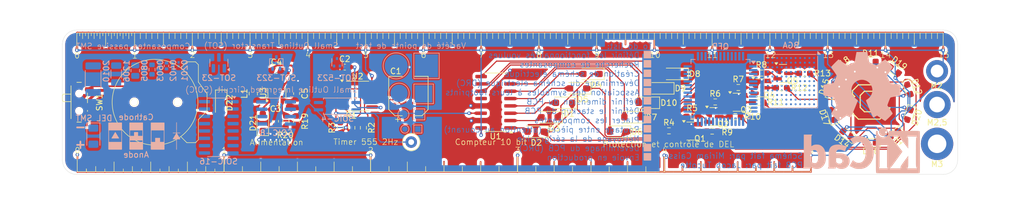
<source format=kicad_pcb>
(kicad_pcb (version 20240108) (generator "pcbnew") (generator_version "8.0")
  (layers (0 "F.Cu" signal) (31 "B.Cu" signal) (34 "B.Paste" user) (35 "F.Paste" user) (36 "B.SilkS" user "B.Silkscreen") (37 "F.SilkS" user "F.Silkscreen") (38 "B.Mask" user) (39 "F.Mask" user) (44 "Edge.Cuts" user))
  (net 0 "")
  (net 1 "GND")
  (net 2 "Net-(U2-THR)")
  (net 3 "Net-(U2-CV)")
  (net 4 "+6.8V")
  (net 5 "Net-(SW1-A)")
  (net 6 "Net-(U3-FB)")
  (net 7 "OUT0")
  (net 8 "Net-(D1-K)")
  (net 9 "OUT5")
  (net 10 "Net-(D3-K)")
  (net 11 "OUT1")
  (net 12 "OUT6")
  (net 13 "Net-(D5-K)")
  (net 14 "OUT2")
  (net 15 "OUT7")
  (net 16 "OUT3")
  (net 17 "Net-(D7-K)")
  (net 18 "OUT8")
  (net 19 "Net-(D10-K)")
  (net 20 "OUT4")
  (net 21 "OUT9")
  (net 22 "LIGHT1")
  (net 23 "Net-(D11-A)")
  (net 24 "Net-(D13-K)")
  (net 25 "LIGHT2")
  (net 26 "Net-(D15-K)")
  (net 27 "LIGHT3")
  (net 28 "LIGHT4")
  (net 29 "LIGHT5")
  (net 30 "Net-(D21-A)")
  (net 31 "Net-(D22-K)")
  (net 32 "Net-(BT1-+)")
  (net 33 "Net-(Q1-B)")
  (net 34 "Net-(Q2-B)")
  (net 35 "Net-(Q3-B)")
  (net 36 "Net-(Q4-B)")
  (net 37 "Net-(Q5-B)")
  (net 38 "Net-(U2-DIS)")
  (net 39 "PWM")
  (net 42 "Net-(D11-K)")
  (net 43 "Net-(D14-K)")
  (net 44 "Net-(D12-K)")
  (net 45 "Net-(D12-A)")
  (net 46 "Net-(D13-A)")
  (net 47 "Net-(D14-A)")
  (net 48 "Net-(D15-A)")
  (footprint "Resistor_SMD:R_0603_1608Metric_Pad0.98x0.95mm_HandSolder" (layer "F.Cu") (at 152.125 94.95)
    (property "Reference" "R5")
    (property "Value" "470")
  )
  (footprint "Diode_SMD:D_SOD-123F" (layer "F.Cu") (at 139.3 97.6 180)
    (property "Reference" "D6")
    (property "Value" "1N4007")
  )
  (footprint "MountingHole:MountingHole_2.7mm_M2.5_DIN965_Pad" (layer "F.Cu") (at 194.545 92.9)
    (property "Reference" "M2,5")
    (property "Value" "MountingHole_2.7mm_M2.5_DIN965_Pad")
  )
  (footprint "CCI:BAT_SMD_CR1220" (layer "F.Cu") (at 59.145 92.5)
    (property "Reference" "BT1" (hide yes))
    (property "Value" "Battery")
  )
  (footprint "Diode_SMD:D_SOD-123F" (layer "F.Cu") (at 146.8 90.1 180)
    (property "Reference" "D9")
    (property "Value" "1N4007")
  )
  (footprint "Diode_SMD:D_0603_1608Metric_Pad1.05x0.95mm_HandSolder" (layer "F.Cu") (at 178.917898 98.099999 144)
    (property "Reference" "D14")
    (property "Value" "LED_GREEN")
  )
  (footprint "Inductor_SMD:L_0603_1608Metric_Pad1.05x0.95mm_HandSolder" (layer "F.Cu") (at 83.65 91 -90)
    (property "Reference" "C5")
    (property "Value" "22p")
  )
  (footprint "Resistor_SMD:R_0603_1608Metric_Pad0.98x0.95mm_HandSolder" (layer "F.Cu") (at 156.125 92.45)
    (property "Reference" "R6")
    (property "Value" "470")
  )
  (footprint "Diode_SMD:D_SOD-123F" (layer "F.Cu") (at 134.7 87.6 180)
    (property "Reference" "D4")
    (property "Value" "1N4007")
  )
  (footprint "Diode_SMD:D_0603_1608Metric_Pad1.05x0.95mm_HandSolder" (layer "F.Cu") (at 183.057395 99.536881 180)
    (property "Reference" "D16")
    (property "Value" "LED_YELLOW")
  )
  (footprint "Diode_SMD:D_0603_1608Metric_Pad1.05x0.95mm_HandSolder" (layer "F.Cu") (at 189.68979 90.273762 -72)
    (property "Reference" "D12")
    (property "Value" "LED_GREEN")
  )
  (footprint "Diode_SMD:D_0603_1608Metric_Pad1.05x0.95mm_HandSolder" (layer "F.Cu") (at 176.374999 90.273762 72)
    (property "Reference" "D15")
    (property "Value" "LED_GREEN")
  )
  (footprint "Package_TO_SOT_SMD:SOT-23" (layer "F.Cu") (at 155.8625 95)
    (property "Reference" "Q2")
    (property "Value" "BC107")
  )
  (footprint "Diode_SMD:D_SOD-123F" (layer "F.Cu") (at 132.4 90.1 180)
    (property "Reference" "D5")
    (property "Value" "1N4007")
  )
  (footprint "Button_Switch_SMD:SW_SPDT_PCM12" (layer "F.Cu") (at 46.325 92.5 -90)
    (property "Reference" "SW1")
    (property "Value" "SW_SPDT")
  )
  (footprint "Resistor_SMD:R_0603_1608Metric_Pad0.98x0.95mm_HandSolder" (layer "F.Cu") (at 155.6 97.5)
    (property "Reference" "R9")
    (property "Value" "169")
  )
  (footprint "Inductor_SMD:L_0603_1608Metric_Pad1.05x0.95mm_HandSolder" (layer "F.Cu") (at 80.15 87)
    (property "Reference" "C4")
    (property "Value" "4.7u")
  )
  (footprint "Diode_SMD:D_SOD-123F" (layer "F.Cu") (at 129.955 92.6 180)
    (property "Reference" "D1")
    (property "Value" "1N4007")
  )
  (footprint "Diode_SMD:D_SOD-123F" (layer "F.Cu") (at 144.3 92.6 180)
    (property "Reference" "D10")
    (property "Value" "1N4007")
  )
  (footprint "Resistor_SMD:R_0603_1608Metric_Pad0.98x0.95mm_HandSolder" (layer "F.Cu") (at 83.62 95.79 90)
    (property "Reference" "R19")
    (property "Value" "500k")
  )
  (footprint "Diode_SMD:D_0603_1608Metric_Pad1.05x0.95mm_HandSolder" (layer "F.Cu") (at 183.032395 85.436881)
    (property "Reference" "D11")
    (property "Value" "LED_GREEN")
  )
  (footprint "Resistor_SMD:R_0603_1608Metric_Pad0.98x0.95mm_HandSolder" (layer "F.Cu") (at 171.6 87.5)
    (property "Reference" "R13")
    (property "Value" "169")
  )
  (footprint "Resistor_SMD:R_0603_1608Metric_Pad0.98x0.95mm_HandSolder" (layer "F.Cu") (at 95.215 96.923582 -90)
    (property "Reference" "R2")
    (property "Value" "1.6k")
  )
  (footprint "Resistor_SMD:R_0603_1608Metric_Pad0.98x0.95mm_HandSolder" (layer "F.Cu") (at 164.125 87.45)
    (property "Reference" "R8")
    (property "Value" "470")
  )
  (footprint "Resistor_SMD:R_0603_1608Metric_Pad0.98x0.95mm_HandSolder" (layer "F.Cu") (at 167.6 90)
    (property "Reference" "R12")
    (property "Value" "169")
  )
  (footprint "Diode_SMD:D_SOD-123F" (layer "F.Cu") (at 127.455 95.1 180)
    (property "Reference" "D3")
    (property "Value" "1N4007")
  )
  (footprint "Package_TO_SOT_SMD:SOT-23" (layer "F.Cu") (at 167.8625 87.5)
    (property "Reference" "Q5")
    (property "Value" "BC107")
  )
  (footprint "Diode_SMD:D_SOD-123F" (layer "F.Cu") (at 125.055 97.6 180)
    (property "Reference" "D2")
    (property "Value" "1N4007")
  )
  (footprint "Resistor_SMD:R_0603_1608Metric_Pad0.98x0.95mm_HandSolder" (layer "F.Cu") (at 91.215 96.923582 90)
    (property "Reference" "R3")
    (property "Value" "1k")
  )
  (footprint "Capacitor_SMD:CP_Elec_6.3x7.7" (layer "F.Cu") (at 103.015 91.423582 90)
    (property "Reference" "C1")
    (property "Value" "150u")
  )
  (footprint "MountingHole:MountingHole_2.2mm_M2_DIN965_Pad" (layer "F.Cu") (at 194.545 87.1)
    (property "Reference" "M2")
    (property "Value" "MountingHole_2.2mm_M2_DIN965_Pad")
  )
  (footprint "Diode_SMD:D_SOD-123F" (layer "F.Cu") (at 149.3 87.6 180)
    (property "Reference" "D8")
    (property "Value" "1N4007")
  )
  (footprint "Package_TO_SOT_SMD:SOT-23-5" (layer "F.Cu") (at 80.2375 90.9125 90)
    (property "Reference" "U3")
    (property "Value" "TPS61041DBV")
  )
  (footprint "Capacitor_SMD:C_0603_1608Metric" (layer "F.Cu") (at 91.99 86.423582 180)
    (property "Reference" "C2")
    (property "Value" "10n")
  )
  (footprint "Package_TO_SOT_SMD:SOT-23" (layer "F.Cu") (at 159.8625 92.5)
    (property "Reference" "Q3")
    (property "Value" "BC107")
  )
  (footprint "Package_TO_SOT_SMD:SOT-23" (layer "F.Cu") (at 151.8625 97.5)
    (property "Reference" "Q1")
    (property "Value" "BC107")
  )
  (footprint "Package_TO_SOT_SMD:SOT-23" (layer "F.Cu") (at 163.8625 90)
    (property "Reference" "Q4")
    (property "Value" "BC107")
  )
  (footprint "Resistor_SMD:R_0603_1608Metric_Pad0.98x0.95mm_HandSolder" (layer "F.Cu") (at 160.125 89.95)
    (property "Reference" "R7")
    (property "Value" "470")
  )
  (footprint "Diode_SMD:D_0603_1608Metric_Pad1.05x0.95mm_HandSolder" (layer "F.Cu") (at 189.714791 94.7 -108)
    (property "Reference" "D20")
    (property "Value" "LED_YELLOW")
  )
  (footprint "Diode_SMD:D_0603_1608Metric_Pad1.05x0.95mm_HandSolder" (layer "F.Cu") (at 187.146891 98.099999 -144)
    (property "Reference" "D13")
    (property "Value" "LED_GREEN")
  )
  (footprint "Inductor_SMD:L_0603_1608Metric_Pad1.05x0.95mm_HandSolder" (layer "F.Cu") (at 80 95.7925 90)
    (property "Reference" "C3")
    (property "Value" "1u")
  )
  (footprint "Resistor_SMD:R_0603_1608Metric_Pad0.98x0.95mm_HandSolder" (layer "F.Cu") (at 93.215 96.923582 90)
    (property "Reference" "R1")
    (property "Value" "1.6k")
  )
  (footprint "Resistor_SMD:R_0603_1608Metric_Pad0.98x0.95mm_HandSolder" (layer "F.Cu") (at 163.6 92.5)
    (property "Reference" "R11")
    (property "Value" "169")
  )
  (footprint "Diode_SMD:D_SOD-123F" (layer "F.Cu") (at 141.8 95.1 180)
    (property "Reference" "D7")
    (property "Value" "1N4007")
  )
  (footprint "Diode_SMD:D_0603_1608Metric_Pad1.05x0.95mm_HandSolder" (layer "F.Cu") (at 178.942899 86.873763 36)
    (property "Reference" "D18")
    (property "Value" "LED_YELLOW")
  )
  (footprint "Diode_SMD:D_SOD-123F" (layer "F.Cu") (at 77.8 96.0775 90)
    (property "Reference" "D21")
    (property "Value" "1N4007")
  )
  (footprint "Package_SO:SOP-16_3.9x9.9mm_P1.27mm" (layer "F.Cu") (at 118.1 92.5 180)
    (property "Reference" "U1")
    (property "Value" "4017")
  )
  (footprint "Diode_SMD:D_0603_1608Metric_Pad1.05x0.95mm_HandSolder" (layer "F.Cu") (at 187.171892 86.873763 -36)
    (property "Reference" "D19")
    (property "Value" "LED_YELLOW")
  )
  (footprint "Package_SO:SOIC-8_3.9x4.9mm_P1.27mm" (layer "F.Cu") (at 94.215 91.423582)
    (property "Reference" "U2")
    (property "Value" "NE555D")
  )
  (footprint "Resistor_SMD:R_0603_1608Metric_Pad0.98x0.95mm_HandSolder" (layer "F.Cu") (at 159.6 95)
    (property "Reference" "R10")
    (property "Value" "169")
  )
  (footprint "Resistor_SMD:R_0603_1608Metric_Pad0.98x0.95mm_HandSolder" (layer "F.Cu") (at 81.8 95.775 -90)
    (property "Reference" "R20")
    (property "Value" "1.54M")
  )
  (footprint "Inductor_SMD:L_0805_2012Metric_Pad1.15x1.40mm_HandSolder" (layer "F.Cu") (at 76.15 91 -90)
    (property "Reference" "L1")
    (property "Value" "10u")
  )
  (footprint "TestPoint:TestPoint_Loop_D2.50mm_Drill1.0mm" (layer "F.Cu") (at 103.495 99.4 -90)
    (property "Reference" "REF**" (hide yes))
    (property "Value" "TestPoint_Loop_D2.50mm_Drill1.0mm")
  )
  (footprint "Diode_SMD:D_SOD-123F" (layer "F.Cu") (at 70.6 92.6 -90)
    (property "Reference" "D22")
    (property "Value" "1N4007")
  )
  (footprint "MountingHole:MountingHole_3.2mm_M3_DIN965_Pad" (layer "F.Cu") (at 194.545 99.7)
    (property "Reference" "M3")
    (property "Value" "MountingHole_3.2mm_M3_DIN965_Pad")
  )
  (footprint "Resistor_SMD:R_0603_1608Metric_Pad0.98x0.95mm_HandSolder" (layer "F.Cu") (at 148.125 97.45)
    (property "Reference" "R4")
    (property "Value" "470")
  )
  (footprint "Diode_SMD:D_0603_1608Metric_Pad1.05x0.95mm_HandSolder" (layer "F.Cu") (at 176.4 94.7 108)
    (property "Reference" "D17")
    (property "Value" "LED_YELLOW")
  )
  (footprint "Package_TO_SOT_SMD:SOT-323_SC-70" (layer "B.Cu") (at 80.145 85.7 90)
    (property "Reference" "SOT-323")
    (property "Value" "SOT-323_SC-70")
  )
  (footprint "TestPoint:TestPoint_Pad_D3.0mm" (layer "B.Cu") (at 101.395 90.95 90)
    (property "Reference" "REF**" (hide yes))
    (property "Value" "TestPoint_Pad_D3.0mm")
  )
  (footprint "LED_SMD:LED_1206_3216Metric" (layer "B.Cu") (at 48.465 98.37 -90)
    (property "Reference" "DEL SMT")
    (property "Value" "LED_1206_3216Metric")
  )
  (footprint "TestPoint:TestPoint_Pad_1.0x1.0mm" (layer "B.Cu") (at 104.645 97.15 90)
    (property "Reference" "REF**" (hide yes))
    (property "Value" "TestPoint_Pad_1.0x1.0mm")
  )
  (footprint "Resistor_SMD:R_0805_2012Metric" (layer "B.Cu") (at 55.72 87.02 90)
    (property "Reference" "0805")
    (property "Value" "R_0805_2012Metric")
  )
  (footprint "TestPoint:TestPoint_Pad_D1.0mm" (layer "B.Cu") (at 102.395 97.15 90)
    (property "Reference" "REF**" (hide yes))
    (property "Value" "TestPoint_Pad_D1.0mm")
  )
  (footprint "Symbol:OSHW-Symbol_13.4x12mm_SilkScreen" (layer "B.Cu") (at 181.545 89.8 180)
    (property "Reference" "REF**" (hide yes))
    (property "Value" "OSHW-Symbol_13.4x12mm_SilkScreen" (hide yes))
  )
  (footprint "Resistor_SMD:R_1206_3216Metric" (layer "B.Cu") (at 52.42 87.62 90)
    (property "Reference" "1206")
    (property "Value" "R_1206_3216Metric")
  )
  (footprint "TestPoint:TestPoint_Pad_4.0x4.0mm" (layer "B.Cu") (at 106.145 86.2 90)
    (property "Reference" "REF**" (hide yes))
    (property "Value" "TestPoint_Pad_4.0x4.0mm")
  )
  (footprint "Symbol:KiCad-Logo_8mm_SilkScreen" (layer "B.Cu") (at 181.445 100.8 180)
    (property "Reference" "REF**" (hide yes))
    (property "Value" "KiCad-Logo_8mm_SilkScreen" (hide yes))
  )
  (footprint "Resistor_SMD:R_0603_1608Metric" (layer "B.Cu") (at 58.62 86.845 90)
    (property "Reference" "0603")
    (property "Value" "R_0603_1608Metric")
  )
  (footprint "TestPoint:TestPoint_Pad_3.0x3.0mm" (layer "B.Cu") (at 105.645 91.05 90)
    (property "Reference" "REF**" (hide yes))
    (property "Value" "TestPoint_Pad_3.0x3.0mm")
  )
  (footprint "TestPoint:TestPoint_Pad_D1.5mm" (layer "B.Cu") (at 102.145 94.6 90)
    (property "Reference" "REF**" (hide yes))
    (property "Value" "TestPoint_Pad_D1.5mm")
  )
  (footprint "TestPoint:TestPoint_Pad_D4.0mm" (layer "B.Cu") (at 100.895 86.2 90)
    (property "Reference" "REF**" (hide yes))
    (property "Value" "TestPoint_Pad_D4.0mm")
  )
  (footprint "Package_BGA:BGA-121_9.0x9.0mm_Layout11x11_P0.8mm_Ball0.4mm_Pad0.35mm_NSMD" (layer "B.Cu") (at 169.245 88.85 180)
    (property "Reference" "BGA")
    (property "Value" "BGA-121_9.0x9.0mm_Layout11x11_P0.8mm_Ball0.4mm_Pad0.35mm_NSMD")
  )
  (footprint "Package_SO:SOIC-16_3.9x9.9mm_P1.27mm" (layer "B.Cu") (at 70.175 96.845 180)
    (property "Reference" "SOIC-16")
    (property "Value" "SOIC-16_3.9x9.9mm_P1.27mm")
  )
  (footprint "Package_TO_SOT_SMD:SOT-23" (layer "B.Cu") (at 70.195 85.6875 90)
    (property "Reference" "SOT-23")
    (property "Value" "SOT-23")
  )
  (footprint "Resistor_SMD:R_2010_5025Metric" (layer "B.Cu") (at 48.42 88.52 90)
    (property "Reference" "2010")
    (property "Value" "R_2010_5025Metric")
  )
  (footprint "Resistor_SMD:R_0201_0603Metric" (layer "B.Cu") (at 63.22 85.92 90)
    (property "Reference" "0201")
    (property "Value" "R_0201_0603Metric")
  )
  (footprint "Package_QFP:LQFP-52_10x10mm_P0.65mm" (layer "B.Cu") (at 157.045 90.2 180)
    (property "Reference" "QFP")
    (property "Value" "LQFP-52_10x10mm_P0.65mm")
  )
  (footprint "Resistor_SMD:R_0402_1005Metric" (layer "B.Cu") (at 61.12 86.22 90)
    (property "Reference" "0402")
    (property "Value" "R_0402_1005Metric")
  )
  (footprint "TestPoint:TestPoint_Pad_1.5x1.5mm" (layer "B.Cu") (at 104.895 94.6 90)
    (property "Reference" "REF**" (hide yes))
    (property "Value" "TestPoint_Pad_1.5x1.5mm")
  )
  (footprint "Package_TO_SOT_SMD:SOT-523" (layer "B.Cu") (at 90.645 85.5875 90)
    (property "Reference" "SOT-523")
    (property "Value" "SOT-523")
  )
  (footprint "Package_SO:SOIC-4_4.55x2.6mm_P1.27mm" (layer "B.Cu") (at 90.695 93.185 180)
    (property "Reference" "SOIC-4")
    (property "Value" "SOIC-4_4.55x2.6mm_P1.27mm")
  )
  (footprint "Package_SO:SOIC-8_3.9x4.9mm_P1.27mm" (layer "B.Cu") (at 80.095 94.35 180)
    (property "Reference" "SOIC-8")
    (property "Value" "SOIC-8_3.9x4.9mm_P1.27mm")
  )
  (gr_rect (start 51.11 96.09) (end 53.36 97.32) (stroke (width 0.1)) (fill solid) (layer "B.SilkS"))
  (gr_rect (start 58.47 99.42) (end 60.72 100.65) (stroke (width 0.1)) (fill solid) (layer "B.SilkS"))
  (gr_rect (start 143.795 99.75) (end 144.995 100.95) (stroke (width 0.1)) (fill solid) (layer "B.SilkS"))
  (gr_rect (start 51.115 99.42) (end 53.365 100.65) (stroke (width 0.1)) (fill solid) (layer "B.SilkS"))
  (gr_rect (start 54.765 96.09) (end 57.005 100.65) (stroke (width 0.1)) (fill none) (layer "B.SilkS"))
  (gr_rect (start 143.795 86.9) (end 144.995 88.1) (stroke (width 0.1)) (fill solid) (layer "B.SilkS"))
  (gr_rect (start 143.795 90.05) (end 144.995 91.25) (stroke (width 0.1)) (fill solid) (layer "B.SilkS"))
  (gr_rect (start 143.795 91.65) (end 144.995 92.85) (stroke (width 0.1)) (fill solid) (layer "B.SilkS"))
  (gr_rect (start 55.56 97.72) (end 56.16 99.07) (stroke (width 0.1)) (fill solid) (layer "B.SilkS"))
  (gr_rect (start 59.215 98.72) (end 59.965 99.37) (stroke (width 0.1)) (fill solid) (layer "B.SilkS"))
  (gr_rect (start 54.81 98.37) (end 57.005 99.07) (stroke (width 0.1)) (fill solid) (layer "B.SilkS"))
  (gr_poly (pts (xy 62.265 98.87) (xy 63.465 98.87) (xy 62.865 97.87)) (stroke (width 0.1)) (fill solid) (layer "B.SilkS"))
  (gr_line (start 63.465 97.82) (end 62.265 97.82) (stroke (width 0.1)) (layer "B.SilkS"))
  (gr_rect (start 143.795 88.5) (end 144.995 89.7) (stroke (width 0.1)) (fill solid) (layer "B.SilkS"))
  (gr_line (start 62.865 96.02) (end 62.865 100.67) (stroke (width 0.1)) (layer "B.SilkS"))
  (gr_rect (start 143.795 101.35) (end 144.995 102.55) (stroke (width 0.1)) (fill solid) (layer "B.SilkS"))
  (gr_rect (start 143.795 98.1) (end 144.995 99.3) (stroke (width 0.1)) (fill solid) (layer "B.SilkS"))
  (gr_rect (start 143.795 83.65) (end 144.995 84.85) (stroke (width 0.1)) (fill solid) (layer "B.SilkS"))
  (gr_rect (start 58.465 96.09) (end 60.715 97.32) (stroke (width 0.1)) (fill solid) (layer "B.SilkS"))
  (gr_rect (start 143.795 85.25) (end 144.995 86.45) (stroke (width 0.1)) (fill solid) (layer "B.SilkS"))
  (gr_poly (pts (xy 51.66 98.72) (xy 52.86 98.72) (xy 52.26 97.72)) (stroke (width 0.1)) (fill solid) (layer "B.SilkS"))
  (gr_rect (start 54.76 99.42) (end 57.01 100.65) (stroke (width 0.1)) (fill solid) (layer "B.SilkS"))
  (gr_rect (start 143.795 94.9) (end 144.995 96.1) (stroke (width 0.1)) (fill solid) (layer "B.SilkS"))
  (gr_rect (start 143.795 93.3) (end 144.995 94.5) (stroke (width 0.1)) (fill solid) (layer "B.SilkS"))
  (gr_rect (start 51.12 96.09) (end 53.36 100.65) (stroke (width 0.1)) (fill none) (layer "B.SilkS"))
  (gr_rect (start 58.475 96.09) (end 60.715 100.65) (stroke (width 0.1)) (fill none) (layer "B.SilkS"))
  (gr_rect (start 143.795 96.5) (end 144.995 97.7) (stroke (width 0.1)) (fill solid) (layer "B.SilkS"))
  (gr_rect (start 54.755 96.09) (end 57.005 97.32) (stroke (width 0.1)) (fill solid) (layer "B.SilkS"))
  (gr_line (start 179.5 93.453369) (end 179.895685 93.841909) (stroke (width 0.198437) (color 35 31 32 1)) (layer "F.SilkS"))
  (gr_line (start 179.895685 94.406662) (end 180.916447 95.427822) (stroke (width 0.198437) (color 35 31 32 1)) (layer "F.SilkS"))
  (gr_line (start 181.6 80.5) (end 181.6 81.5) (stroke (width 0.1)) (layer "F.SilkS"))
  (gr_line (start 59.9982 104.5282) (end 61.573 104.5282) (stroke (width 0.1)) (layer "F.SilkS"))
  (gr_line (start 159.6 80.5) (end 159.6 81.5) (stroke (width 0.1)) (layer "F.SilkS"))
  (gr_line (start 188.6 80.5) (end 188.6 81.5) (stroke (width 0.1)) (layer "F.SilkS"))
  (gr_line (start 101.2478 104.5282) (end 102.848 104.5282) (stroke (width 0.1)) (layer "F.SilkS"))
  (gr_line (start 61.573 104.5282) (end 61.573 103.6138) (stroke (width 0.1)) (layer "F.SilkS"))
  (gr_line (start 46.6 80.5) (end 46.6 81.5) (stroke (width 0.1)) (layer "F.SilkS"))
  (gr_line (start 68.6 80.5) (end 68.6 81.5) (stroke (width 0.1)) (layer "F.SilkS"))
  (gr_line (start 53.6 80.5) (end 53.6 81.5) (stroke (width 0.1)) (layer "F.SilkS"))
  (gr_line (start 165.6 83.5) (end 165.6 80.5) (stroke (width 0.1)) (layer "F.SilkS"))
  (gr_line (start 74.2984 104.5282) (end 75.8732 104.5282) (stroke (width 0.1)) (layer "F.SilkS"))
  (gr_line (start 89.6 80.5) (end 89.6 81.5) (stroke (width 0.1)) (layer "F.SilkS"))
  (gr_line (start 69.6 80.5) (end 69.6 81.5) (stroke (width 0.1)) (layer "F.SilkS"))
  (gr_line (start 185.938598 93.800946) (end 185.982603 93.815139) (stroke (width 0.198437) (color 35 31 32 1)) (layer "F.SilkS"))
  (gr_line (start 181.235535 93.419634) (end 181.960625 94.144725) (stroke (width 0.198437) (color 35 31 32 1)) (layer "F.SilkS"))
  (gr_line (start 70.6 80.5) (end 70.6 82.5) (stroke (width 0.1)) (layer "F.SilkS"))
  (gr_line (start 78.6 80.5) (end 78.6 81.5) (stroke (width 0.1)) (layer "F.SilkS"))
  (gr_line (start 184.372037 91.086406) (end 186.069472 91.086406) (stroke (width 0.198437) (color 35 31 32 1)) (layer "F.SilkS"))
  (gr_line (start 131.423 104.5536) (end 131.423 103.6392) (stroke (width 0.1)) (layer "F.SilkS"))
  (gr_line (start 171.1486 104.5536) (end 172.698 104.5536) (stroke (width 0.1)) (layer "F.SilkS"))
  (gr_line (start 184.977669 94.055428) (end 184.991956 94.04114) (stroke (width 0.198437) (color 35 31 32 1)) (layer "F.SilkS"))
  (gr_line (start 48.873 104.5282) (end 50.4478 104.5282) (stroke (width 0.1)) (layer "F.SilkS"))
  (gr_line (start 163.6 80.5) (end 163.6 81.5) (stroke (width 0.1)) (layer "F.SilkS"))
  (gr_line (start 153.6 80.5) (end 153.6 81.5) (stroke (width 0.1)) (layer "F.SilkS"))
  (gr_line (start 48.6 80.5) (end 48.6 81.5) (stroke (width 0.1)) (layer "F.SilkS"))
  (gr_line (start 164.6 80.5) (end 164.6 81.5) (stroke (width 0.1)) (layer "F.SilkS"))
  (gr_line (start 121.9234 104.5536) (end 123.4982 104.5536) (stroke (width 0.1)) (layer "F.SilkS"))
  (gr_line (start 192.6 80.5) (end 192.6 81.5) (stroke (width 0.1)) (layer "F.SilkS"))
  (gr_line (start 103.6 80.5) (end 103.6 81.5) (stroke (width 0.1)) (layer "F.SilkS"))
  (gr_line (start 77.448 104.5282) (end 77.448 102.8264) (stroke (width 0.1)) (layer "F.SilkS"))
  (gr_line (start 91.6 80.5) (end 91.6 81.5) (stroke (width 0.1)) (layer "F.SilkS"))
  (gr_line (start 54.6 80.5) (end 54.6 81.5) (stroke (width 0.1)) (layer "F.SilkS"))
  (gr_line (start 123.6 80.5) (end 123.6 81.5) (stroke (width 0.1)) (layer "F.SilkS"))
  (gr_line (start 86.6 80.5) (end 86.6 81.5) (stroke (width 0.1)) (layer "F.SilkS"))
  (gr_line (start 166.3988 104.5536) (end 167.999 104.5536) (stroke (width 0.1)) (layer "F.SilkS"))
  (gr_line (start 186.38975 91.443197) (end 186.069472 91.086406) (stroke (width 0.198437)) (layer "F.SilkS"))
  (gr_line (start 92.6 80.5) (end 92.6 81.5) (stroke (width 0.1)) (layer "F.SilkS"))
  (gr_line (start 55.1 80.5) (end 55.1 81) (stroke (width 0.1)) (layer "F.SilkS"))
  (gr_line (start 185.395087 93.800946) (end 185.439602 93.788936) (stroke (width 0.198437) (color 35 31 32 1)) (layer "F.SilkS"))
  (gr_line (start 172.6 80.5) (end 172.6 81.5) (stroke (width 0.1)) (layer "F.SilkS"))
  (gr_line (start 90.1734 104.5282) (end 91.7736 104.5282) (stroke (width 0.1)) (layer "F.SilkS"))
  (gr_line (start 122.6 80.5) (end 122.6 81.5) (stroke (width 0.1)) (layer "F.SilkS"))
  (gr_line (start 149.6 80.5) (end 149.6 81.5) (stroke (width 0.1)) (layer "F.SilkS"))
  (gr_line (start 185.6 83.5) (end 185.6 80.5) (stroke (width 0.1)) (layer "F.SilkS"))
  (gr_line (start 184.372037 91.326912) (end 183.646947 90.601822) (stroke (width 0.198437) (color 35 31 32 1)) (layer "F.SilkS"))
  (gr_poly (pts (xy 184.382555 91.68) (xy 184.392935 91.680789) (xy 184.403164 91.682089) (xy 184.413229 91.683887) (xy 184.423118 91.686169) (xy 184.432817 91.688923) (xy 184.442314 91.692137) (xy 184.451596 91.695796) (xy 184.460649 91.699889) (xy 184.469462 91.704403) (xy 184.478021 91.709324) (xy 184.486314 91.714641) (xy 184.494328 91.720339) (xy 184.502049 91.726407) (xy 184.509465 91.732831) (xy 184.516563 91.739599) (xy 184.523331 91.746697) (xy 184.529755 91.754113) (xy 184.535823 91.761835) (xy 184.541521 91.769848) (xy 184.546838 91.778141) (xy 184.551759 91.7867) (xy 184.556273 91.795513) (xy 184.560366 91.804567) (xy 184.564025 91.813848) (xy 184.567239 91.823345) (xy 184.569993 91.833044) (xy 184.572275 91.842933) (xy 184.574073 91.852998) (xy 184.575373 91.863227) (xy 184.576162 91.873607) (xy 184.576428 91.884125) (xy 184.576162 91.894643) (xy 184.575373 91.905023) (xy 184.574073 91.915251) (xy 184.572275 91.925317) (xy 184.569993 91.935205) (xy 184.567239 91.944904) (xy 184.564025 91.954401) (xy 184.560366 91.963683) (xy 184.556273 91.972737) (xy 184.551759 91.98155) (xy 184.546838 91.990109) (xy 184.541521 91.998402) (xy 184.535823 92.006415) (xy 184.529755 92.014136) (xy 184.523331 92.021552) (xy 184.516563 92.028651) (xy 184.509465 92.035418) (xy 184.502049 92.041843) (xy 184.494328 92.04791) (xy 184.486314 92.053609) (xy 184.478021 92.058925) (xy 184.469462 92.063847) (xy 184.460649 92.06836) (xy 184.451596 92.072453) (xy 184.442314 92.076113) (xy 184.432817 92.079326) (xy 184.423118 92.082081) (xy 184.413229 92.084363) (xy 184.403164 92.08616) (xy 184.392935 92.08746) (xy 184.382555 92.088249) (xy 184.372037 92.088515) (xy 184.36152 92.088249) (xy 184.35114 92.08746) (xy 184.340911 92.08616) (xy 184.330846 92.084363) (xy 184.320957 92.082081) (xy 184.311258 92.079326) (xy 184.301761 92.076113) (xy 184.292479 92.072453) (xy 184.283426 92.06836) (xy 184.274613 92.063847) (xy 184.266054 92.058925) (xy 184.257761 92.053609) (xy 184.249747 92.04791) (xy 184.242026 92.041843) (xy 184.23461 92.035418) (xy 184.227512 92.028651) (xy 184.220744 92.021552) (xy 184.21432 92.014136) (xy 184.208252 92.006415) (xy 184.202554 91.998402) (xy 184.197237 91.990109) (xy 184.192316 91.98155) (xy 184.187802 91.972737) (xy 184.183709 91.963683) (xy 184.180049 91.954401) (xy 184.176836 91.944904) (xy 184.174082 91.935205) (xy 184.1718 91.925317) (xy 184.170002 91.915251) (xy 184.168702 91.905023) (xy 184.167913 91.894643) (xy 184.167647 91.884125) (xy 184.167913 91.873607) (xy 184.168702 91.863227) (xy 184.170002 91.852998) (xy 184.1718 91.842933) (xy 184.174082 91.833044) (xy 184.176836 91.823345) (xy 184.180049 91.813848) (xy 184.183709 91.804567) (xy 184.187802 91.795513) (xy 184.192316 91.7867) (xy 184.197237 91.778141) (xy 184.202554 91.769848) (xy 184.208252 91.761835) (xy 184.21432 91.754113) (xy 184.220744 91.746697) (xy 184.227512 91.739599) (xy 184.23461 91.732831) (xy 184.242026 91.726407) (xy 184.249747 91.720339) (xy 184.257761 91.714641) (xy 184.266054 91.709324) (xy 184.274613 91.704403) (xy 184.283426 91.699889) (xy 184.292479 91.695796) (xy 184.301761 91.692137) (xy 184.311258 91.688923) (xy 184.320957 91.686169) (xy 184.330846 91.683887) (xy 184.340911 91.682089) (xy 184.35114 91.680789) (xy 184.36152 91.68) (xy 184.372037 91.679734)) (stroke (width 0.198437) (color 35 31 32 1)) (fill solid) (layer "F.SilkS"))
  (gr_line (start 184.977669 94.055428) (end 185.655532 93.73515) (stroke (width 0.198437)) (layer "F.SilkS"))
  (gr_line (start 63.1732 104.5282) (end 63.1732 104.0456) (stroke (width 0.1)) (layer "F.SilkS"))
  (gr_line (start 67.6 80.5) (end 67.6 81.5) (stroke (width 0.1)) (layer "F.SilkS"))
  (gr_line (start 102.6 80.5) (end 102.6 81.5) (stroke (width 0.1)) (layer "F.SilkS"))
  (gr_line (start 179.5 92.676684) (end 180.28621 93.065225) (stroke (width 0.198437) (color 35 31 32 1)) (layer "F.SilkS"))
  (gr_line (start 113.6 80.5) (end 113.6 81.5) (stroke (width 0.1)) (layer "F.SilkS"))
  (gr_line (start 157.6 80.5) (end 157.6 81.5) (stroke (width 0.1)) (layer "F.SilkS"))
  (gr_line (start 185.655532 90.505778) (end 184.634372 89.484619) (stroke (width 0.198437) (color 35 31 32 1)) (layer "F.SilkS"))
  (gr_line (start 185.982603 93.815139) (end 186.026014 93.831516) (stroke (width 0.198437) (color 35 31 32 1)) (layer "F.SilkS"))
  (gr_line (start 62.6 80.5) (end 62.6 81.5) (stroke (width 0.1)) (layer "F.SilkS"))
  (gr_line (start 186.26925 93.975633) (end 186.306126 94.007295) (stroke (width 0.198437) (color 35 31 32 1)) (layer "F.SilkS"))
  (gr_line (start 75.6 83.5) (end 75.6 80.5) (stroke (width 0.1)) (layer "F.SilkS"))
  (gr_line (start 147.3234 104.5536) (end 147.3234 101.6326) (stroke (width 0.1)) (layer "F.SilkS"))
  (gr_line (start 114.6 80.5) (end 114.6 81.5) (stroke (width 0.1)) (layer "F.SilkS"))
  (gr_line (start 47.2474 104.5282) (end 48.873 104.5282) (stroke (width 0.1)) (layer "F.SilkS"))
  (gr_line (start 83.6 80.5) (end 83.6 81.5) (stroke (width 0.1)) (layer "F.SilkS"))
  (gr_line (start 108.6 80.5) (end 108.6 81.5) (stroke (width 0.1)) (layer "F.SilkS"))
  (gr_line (start 139.424 104.5536) (end 140.9988 104.5536) (stroke (width 0.1)) (layer "F.SilkS"))
  (gr_line (start 83.8234 104.5282) (end 85.4236 104.5282) (stroke (width 0.1)) (layer "F.SilkS"))
  (gr_line (start 158.474 104.5536) (end 160.0488 104.5536) (stroke (width 0.1)) (layer "F.SilkS"))
  (gr_line (start 86.973 104.5282) (end 86.973 103.6392) (stroke (width 0.1)) (layer "F.SilkS"))
  (gr_line (start 131.6 80.5) (end 131.6 81.5) (stroke (width 0.1)) (layer "F.SilkS"))
  (gr_line (start 136.249 104.5536) (end 137.8238 104.5536) (stroke (width 0.1)) (layer "F.SilkS"))
  (gr_line (start 143.6 80.5) (end 143.6 81.5) (stroke (width 0.1)) (layer "F.SilkS"))
  (gr_line (start 140.9988 104.5536) (end 142.599 104.5536) (stroke (width 0.1)) (layer "F.SilkS"))
  (gr_line (start 109.1726 104.5282) (end 109.1726 102.8264) (stroke (width 0.1)) (layer "F.SilkS"))
  (gr_line (start 185.529819 93.771467) (end 185.575352 93.766008) (stroke (width 0.198437) (color 35 31 32 1)) (layer "F.SilkS"))
  (gr_line (start 135.6 83.5) (end 135.6 80.5) (stroke (width 0.1)) (layer "F.SilkS"))
  (gr_line (start 93.323 104.5282) (end 93.323 103.6138) (stroke (width 0.1)) (layer "F.SilkS"))
  (gr_line (start 142.6 80.5) (end 142.6 81.5) (stroke (width 0.1)) (layer "F.SilkS"))
  (gr_line (start 172.698 104.5536) (end 172.698 101.6326) (stroke (width 0.1)) (layer "F.SilkS"))
  (gr_line (start 127.6 80.5) (end 127.6 81.5) (stroke (width 0.1)) (layer "F.SilkS"))
  (gr_line (start 52.6 80.5) (end 52.6 81.5) (stroke (width 0.1)) (layer "F.SilkS"))
  (gr_line (start 187.6 80.5) (end 187.6 81.5) (stroke (width 0.1)) (layer "F.SilkS"))
  (gr_line (start 185.655532 94.406662) (end 185.655532 93.73515) (stroke (width 0.198437) (color 35 31 32 1)) (layer "F.SilkS"))
  (gr_line (start 52.048 104.5282) (end 52.048 102.8264) (stroke (width 0.1)) (layer "F.SilkS"))
  (gr_line (start 129.6 80.5) (end 129.6 81.5) (stroke (width 0.1)) (layer "F.SilkS"))
  (gr_line (start 186.19202 93.918859) (end 186.231187 93.946154) (stroke (width 0.198437) (color 35 31 32 1)) (layer "F.SilkS"))
  (gr_line (start 183.646947 90.601822) (end 181.960625 90.601822) (stroke (width 0.198437) (color 35 31 32 1)) (layer "F.SilkS"))
  (gr_line (start 125.073 104.5536) (end 125.073 103.6392) (stroke (width 0.1)) (layer "F.SilkS"))
  (gr_line (start 121.9234 104.5536) (end 121.9234 101.6326) (stroke (width 0.1)) (layer "F.SilkS"))
  (gr_line (start 186.6 80.5) (end 186.6 81.5) (stroke (width 0.1)) (layer "F.SilkS"))
  (gr_line (start 181.960625 90.601822) (end 181.235535 91.326912) (stroke (width 0.198437) (color 35 31 32 1)) (layer "F.SilkS"))
  (gr_line (start 105.9976 104.5282) (end 105.9976 103.6138) (stroke (width 0.1)) (layer "F.SilkS"))
  (gr_line (start 98.6 80.5) (end 98.6 81.5) (stroke (width 0.1)) (layer "F.SilkS"))
  (gr_line (start 181.235535 91.326912) (end 181.235535 91.661081) (stroke (width 0.198437) (color 35 31 32 1)) (layer "F.SilkS"))
  (gr_line (start 61.6 80.5) (end 61.6 81.5) (stroke (width 0.1)) (layer "F.SilkS"))
  (gr_line (start 169.5738 104.5536) (end 171.1486 104.5536) (stroke (width 0.1)) (layer "F.SilkS"))
  (gr_line (start 180.28621 93.065225) (end 179.5 93.453369) (stroke (width 0.198437) (color 35 31 32 1)) (layer "F.SilkS"))
  (gr_line (start 179.5 91.9) (end 180.28621 92.288144) (stroke (width 0.198437) (color 35 31 32 1)) (layer "F.SilkS"))
  (gr_line (start 88.6 80.5) (end 88.6 81.5) (stroke (width 0.1)) (layer "F.SilkS"))
  (gr_line (start 113.9732 104.5282) (end 115.548 104.5282) (stroke (width 0.1)) (layer "F.SilkS"))
  (gr_line (start 180.28621 92.288144) (end 179.5 92.676684) (stroke (width 0.198437) (color 35 31 32 1)) (layer "F.SilkS"))
  (gr_line (start 141.6 80.5) (end 141.6 81.5) (stroke (width 0.1)) (layer "F.SilkS"))
  (gr_line (start 56.8232 104.5282) (end 56.8232 104.0456) (stroke (width 0.1)) (layer "F.SilkS"))
  (gr_line (start 185.141665 93.918859) (end 185.181851 93.893748) (stroke (width 0.198437) (color 35 31 32 1)) (layer "F.SilkS"))
  (gr_line (start 185.894083 93.788936) (end 185.938598 93.800946) (stroke (width 0.198437) (color 35 31 32 1)) (layer "F.SilkS"))
  (gr_line (start 72.6728 104.5282) (end 74.2984 104.5282) (stroke (width 0.1)) (layer "F.SilkS"))
  (gr_line (start 134.6 80.5) (end 134.6 81.5) (stroke (width 0.1)) (layer "F.SilkS"))
  (gr_line (start 184.6 80.5) (end 184.6 81.5) (stroke (width 0.1)) (layer "F.SilkS"))
  (gr_line (start 80.6484 104.5282) (end 82.2486 104.5282) (stroke (width 0.1)) (layer "F.SilkS"))
  (gr_line (start 133.074 104.5536) (end 134.6488 104.5536) (stroke (width 0.1)) (layer "F.SilkS"))
  (gr_line (start 186.231187 93.946154) (end 186.26925 93.975633) (stroke (width 0.198437) (color 35 31 32 1)) (layer "F.SilkS"))
  (gr_line (start 100.6 80.5) (end 100.6 82.5) (stroke (width 0.1)) (layer "F.SilkS"))
  (gr_line (start 93.3484 104.5282) (end 94.9232 104.5282) (stroke (width 0.1)) (layer "F.SilkS"))
  (gr_line (start 63.6 80.5) (end 63.6 81.5) (stroke (width 0.1)) (layer "F.SilkS"))
  (gr_line (start 185.027559 94.007295) (end 185.064434 93.975633) (stroke (width 0.198437) (color 35 31 32 1)) (layer "F.SilkS"))
  (gr_line (start 156.823 104.5536) (end 156.823 103.6392) (stroke (width 0.1)) (layer "F.SilkS"))
  (gr_line (start 117.1482 104.5282) (end 118.723 104.5282) (stroke (width 0.1)) (layer "F.SilkS"))
  (gr_line (start 151.6 80.5) (end 151.6 81.5) (stroke (width 0.1)) (layer "F.SilkS"))
  (gr_line (start 59.9982 104.5282) (end 59.9982 104.0456) (stroke (width 0.1)) (layer "F.SilkS"))
  (gr_line (start 84.6 80.5) (end 84.6 81.5) (stroke (width 0.1)) (layer "F.SilkS"))
  (gr_line (start 169.6 80.5) (end 169.6 81.5) (stroke (width 0.1)) (layer "F.SilkS"))
  (gr_line (start 140.948 104.5536) (end 140.948 102.8518) (stroke (width 0.1)) (layer "F.SilkS"))
  (gr_line (start 96.4726 104.5282) (end 96.4726 101.6072) (stroke (width 0.1)) (layer "F.SilkS"))
  (gr_line (start 184.372037 93.466068) (end 186.38975 93.466068) (stroke (width 0.198437) (color 35 31 32 1)) (layer "F.SilkS"))
  (gr_line (start 126.6 80.5) (end 126.6 81.5) (stroke (width 0.1)) (layer "F.SilkS"))
  (gr_line (start 50.4478 104.5282) (end 50.4478 104.0456) (stroke (width 0.1)) (layer "F.SilkS"))
  (gr_line (start 119.6 80.5) (end 119.6 81.5) (stroke (width 0.1)) (layer "F.SilkS"))
  (gr_poly (pts (xy 184.382555 92.67576) (xy 184.392935 92.676549) (xy 184.403164 92.677849) (xy 184.413229 92.679646) (xy 184.423118 92.681928) (xy 184.432817 92.684683) (xy 184.442314 92.687896) (xy 184.451596 92.691556) (xy 184.460649 92.695649) (xy 184.469462 92.700163) (xy 184.478021 92.705084) (xy 184.486314 92.7104) (xy 184.494328 92.716099) (xy 184.502049 92.722167) (xy 184.509465 92.728591) (xy 184.516563 92.735358) (xy 184.523331 92.742457) (xy 184.529755 92.749873) (xy 184.535823 92.757594) (xy 184.541521 92.765608) (xy 184.546838 92.7739) (xy 184.551759 92.78246) (xy 184.556273 92.791272) (xy 184.560366 92.800326) (xy 184.564025 92.809608) (xy 184.567239 92.819105) (xy 184.569993 92.828804) (xy 184.572275 92.838692) (xy 184.574073 92.848758) (xy 184.575373 92.858987) (xy 184.576162 92.869366) (xy 184.576428 92.879884) (xy 184.576162 92.890402) (xy 184.575373 92.900782) (xy 184.574073 92.911011) (xy 184.572275 92.921076) (xy 184.569993 92.930965) (xy 184.567239 92.940664) (xy 184.564025 92.950161) (xy 184.560366 92.959442) (xy 184.556273 92.968496) (xy 184.551759 92.977309) (xy 184.546838 92.985868) (xy 184.541521 92.994161) (xy 184.535823 93.002175) (xy 184.529755 93.009896) (xy 184.523331 93.017312) (xy 184.516563 93.02441) (xy 184.509465 93.031178) (xy 184.502049 93.037602) (xy 184.494328 93.04367) (xy 184.486314 93.049368) (xy 184.478021 93.054685) (xy 184.469462 93.059606) (xy 184.460649 93.06412) (xy 184.451596 93.068213) (xy 184.442314 93.071873) (xy 184.432817 93.075086) (xy 184.423118 93.07784) (xy 184.413229 93.080122) (xy 184.403164 93.08192) (xy 184.392935 93.08322) (xy 184.382555 93.084009) (xy 184.372037 93.084275) (xy 184.36152 93.084009) (xy 184.35114 93.08322) (xy 184.340911 93.08192) (xy 184.330846 93.080122) (xy 184.320957 93.07784) (xy 184.311258 93.075086) (xy 184.301761 93.071873) (xy 184.292479 93.068213) (xy 184.283426 93.06412) (xy 184.274613 93.059606) (xy 184.266054 93.054685) (xy 184.257761 93.049368) (xy 184.249747 93.04367) (xy 184.242026 93.037602) (xy 184.23461 93.031178) (xy 184.227512 93.02441) (xy 184.220744 93.017312) (xy 184.21432 93.009896) (xy 184.208252 93.002175) (xy 184.202554 92.994161) (xy 184.197237 92.985868) (xy 184.192316 92.977309) (xy 184.187802 92.968496) (xy 184.183709 92.959442) (xy 184.180049 92.950161) (xy 184.176836 92.940664) (xy 184.174082 92.930965) (xy 184.1718 92.921076) (xy 184.170002 92.911011) (xy 184.168702 92.900782) (xy 184.167913 92.890402) (xy 184.167647 92.879884) (xy 184.167913 92.869366) (xy 184.168702 92.858987) (xy 184.170002 92.848758) (xy 184.1718 92.838692) (xy 184.174082 92.828804) (xy 184.176836 92.819105) (xy 184.180049 92.809608) (xy 184.183709 92.800326) (xy 184.187802 92.791272) (xy 184.192316 92.78246) (xy 184.197237 92.7739) (xy 184.202554 92.765608) (xy 184.208252 92.757594) (xy 184.21432 92.749873) (xy 184.220744 92.742457) (xy 184.227512 92.735358) (xy 184.23461 92.728591) (xy 184.242026 92.722167) (xy 184.249747 92.716099) (xy 184.257761 92.7104) (xy 184.266054 92.705084) (xy 184.274613 92.700163) (xy 184.283426 92.695649) (xy 184.292479 92.691556) (xy 184.301761 92.687896) (xy 184.311258 92.684683) (xy 184.320957 92.681928) (xy 184.330846 92.679646) (xy 184.340911 92.677849) (xy 184.35114 92.676549) (xy 184.36152 92.67576) (xy 184.372037 92.675494)) (stroke (width 0.198437) (color 35 31 32 1)) (fill solid) (layer "F.SilkS"))
  (gr_line (start 50.4478 104.5282) (end 52.048 104.5282) (stroke (width 0.1)) (layer "F.SilkS"))
  (gr_line (start 164.824 104.5536) (end 166.3988 104.5536) (stroke (width 0.1)) (layer "F.SilkS"))
  (gr_line (start 171.6 80.5) (end 171.6 81.5) (stroke (width 0.1)) (layer "F.SilkS"))
  (gr_line (start 58.398 104.5282) (end 59.9982 104.5282) (stroke (width 0.1)) (layer "F.SilkS"))
  (gr_line (start 79.0736 104.5282) (end 80.6484 104.5282) (stroke (width 0.1)) (layer "F.SilkS"))
  (gr_line (start 90.6 80.5) (end 90.6 82.5) (stroke (width 0.1)) (layer "F.SilkS"))
  (gr_line (start 55.223 104.5282) (end 56.8232 104.5282) (stroke (width 0.1)) (layer "F.SilkS"))
  (gr_line (start 161.649 104.5536) (end 163.2238 104.5536) (stroke (width 0.1)) (layer "F.SilkS"))
  (gr_line (start 158.6 80.5) (end 158.6 81.5) (stroke (width 0.1)) (layer "F.SilkS"))
  (gr_line (start 45.6 83.5) (end 45.6 80.5) (stroke (width 0.1)) (layer "F.SilkS"))
  (gr_line (start 71.098 104.5282) (end 71.098 101.6072) (stroke (width 0.1)) (layer "F.SilkS"))
  (gr_line (start 148.8982 104.5536) (end 150.5238 104.5536) (stroke (width 0.1)) (layer "F.SilkS"))
  (gr_line (start 170.6 80.5) (end 170.6 82.5) (stroke (width 0.1)) (layer "F.SilkS"))
  (gr_line (start 121.6 80.5) (end 121.6 81.5) (stroke (width 0.1)) (layer "F.SilkS"))
  (gr_line (start 98.0474 104.5282) (end 99.673 104.5282) (stroke (width 0.1)) (layer "F.SilkS"))
  (gr_line (start 80.623 104.5282) (end 80.623 103.6138) (stroke (width 0.1)) (layer "F.SilkS"))
  (gr_line (start 55.6 83.5) (end 55.6 80.5) (stroke (width 0.1)) (layer "F.SilkS"))
  (gr_line (start 180.6 80.5) (end 180.6 82.5) (stroke (width 0.1)) (layer "F.SilkS"))
  (gr_line (start 152.6 80.5) (end 152.6 81.5) (stroke (width 0.1)) (layer "F.SilkS"))
  (gr_line (start 60.6 80.5) (end 60.6 82.5) (stroke (width 0.1)) (layer "F.SilkS"))
  (gr_line (start 137.8238 104.5536) (end 139.424 104.5536) (stroke (width 0.1)) (layer "F.SilkS"))
  (gr_line (start 152.0986 104.5536) (end 153.6988 104.5536) (stroke (width 0.1)) (layer "F.SilkS"))
  (gr_line (start 185.575352 93.766008) (end 185.621055 93.762733) (stroke (width 0.198437) (color 35 31 32 1)) (layer "F.SilkS"))
  (gr_line (start 182.6 80.5) (end 182.6 81.5) (stroke (width 0.1)) (layer "F.SilkS"))
  (gr_line (start 66.6 80.5) (end 66.6 81.5) (stroke (width 0.1)) (layer "F.SilkS"))
  (gr_line (start 96.4726 101.6072) (end 96.4726 104.5282) (stroke (width 0.1)) (layer "F.SilkS"))
  (gr_line (start 50.1 80.5) (end 50.1 81) (stroke (width 0.1)) (layer "F.SilkS"))
  (gr_line (start 47.1 80.5) (end 47.1 81) (stroke (width 0.1)) (layer "F.SilkS"))
  (gr_line (start 90.148 104.5282) (end 90.148 102.8264) (stroke (width 0.1)) (layer "F.SilkS"))
  (gr_line (start 47.2474 104.0456) (end 47.2474 104.5282) (stroke (width 0.1)) (layer "F.SilkS"))
  (gr_line (start 96.4726 104.5282) (end 98.0474 104.5282) (stroke (width 0.1)) (layer "F.SilkS"))
  (gr_line (start 186.110714 93.87082) (end 186.151834 93.893748) (stroke (width 0.198437) (color 35 31 32 1)) (layer "F.SilkS"))
  (gr_line (start 186.026014 93.831516) (end 186.068746 93.850076) (stroke (width 0.198437) (color 35 31 32 1)) (layer "F.SilkS"))
  (gr_line (start 74.273 104.5282) (end 74.273 103.6138) (stroke (width 0.1)) (layer "F.SilkS"))
  (gr_line (start 56.8232 104.5282) (end 58.398 104.5282) (stroke (width 0.1)) (layer "F.SilkS"))
  (gr_line (start 58.6 80.5) (end 58.6 81.5) (stroke (width 0.1)) (layer "F.SilkS"))
  (gr_line (start 48.873 104.5282) (end 48.873 103.6138) (stroke (width 0.1)) (layer "F.SilkS"))
  (gr_line (start 106.023 104.5282) (end 107.6232 104.5282) (stroke (width 0.1)) (layer "F.SilkS"))
  (gr_line (start 93.6 80.5) (end 93.6 81.5) (stroke (width 0.1)) (layer "F.SilkS"))
  (gr_line (start 46.1 80.5) (end 46.1 81) (stroke (width 0.1)) (layer "F.SilkS"))
  (gr_line (start 189.6 80.5) (end 189.6 81.5) (stroke (width 0.1)) (layer "F.SilkS"))
  (gr_line (start 79.6 80.5) (end 79.6 81.5) (stroke (width 0.1)) (layer "F.SilkS"))
  (gr_line (start 123.4982 104.5536) (end 125.1238 104.5536) (stroke (width 0.1)) (layer "F.SilkS"))
  (gr_line (start 117.6 80.5) (end 117.6 81.5) (stroke (width 0.1)) (layer "F.SilkS"))
  (gr_line (start 185.48454 93.77911) (end 185.529819 93.771467) (stroke (width 0.198437) (color 35 31 32 1)) (layer "F.SilkS"))
  (gr_line (start 195.6 80.5) (end 195.6 83.5) (stroke (width 0.1)) (layer "F.SilkS"))
  (gr_line (start 121.9234 101.6326) (end 121.9234 104.5536) (stroke (width 0.1)) (layer "F.SilkS"))
  (gr_line (start 180.28621 91.511459) (end 179.5 91.9) (stroke (width 0.198437) (color 35 31 32 1)) (layer "F.SilkS"))
  (gr_line (start 179.895685 91.11895) (end 180.28621 91.511459) (stroke (width 0.198437) (color 35 31 32 1)) (layer "F.SilkS"))
  (gr_line (start 186.068746 93.850076) (end 186.110714 93.87082) (stroke (width 0.198437) (color 35 31 32 1)) (layer "F.SilkS"))
  (gr_line (start 185.71263 93.762733) (end 185.758333 93.766008) (stroke (width 0.198437) (color 35 31 32 1)) (layer "F.SilkS"))
  (gr_line (start 77.6 80.5) (end 77.6 81.5) (stroke (width 0.1)) (layer "F.SilkS"))
  (gr_line (start 177.6 80.5) (end 177.6 81.5) (stroke (width 0.1)) (layer "F.SilkS"))
  (gr_line (start 186.341728 94.04114) (end 186.35681 94.056221) (stroke (width 0.198437) (color 35 31 32 1)) (layer "F.SilkS"))
  (gr_line (start 61.573 104.5282) (end 63.1732 104.5282) (stroke (width 0.1)) (layer "F.SilkS"))
  (gr_line (start 181.235535 91.661081) (end 181.235535 93.085465) (stroke (width 0.198437) (color 35 31 32 1)) (layer "F.SilkS"))
  (gr_line (start 161.6 80.5) (end 161.6 81.5) (stroke (width 0.1)) (layer "F.SilkS"))
  (gr_line (start 162.6 80.5) (end 162.6 81.5) (stroke (width 0.1)) (layer "F.SilkS"))
  (gr_line (start 107.6232 104.5282) (end 109.198 104.5282) (stroke (width 0.1)) (layer "F.SilkS"))
  (gr_line (start 128.2988 104.5536) (end 129.899 104.5536) (stroke (width 0.1)) (layer "F.SilkS"))
  (gr_line (start 64.748 104.5282) (end 66.3482 104.5282) (stroke (width 0.1)) (layer "F.SilkS"))
  (gr_line (start 72.6 80.5) (end 72.6 81.5) (stroke (width 0.1)) (layer "F.SilkS"))
  (gr_line (start 184.372037 91.443197) (end 186.38975 91.443197) (stroke (width 0.198437) (color 35 31 32 1)) (layer "F.SilkS"))
  (gr_line (start 45.6726 104.5282) (end 47.2474 104.5282) (stroke (width 0.1)) (layer "F.SilkS"))
  (gr_line (start 99.673 104.5282) (end 101.2478 104.5282) (stroke (width 0.1)) (layer "F.SilkS"))
  (gr_line (start 185.22297 93.87082) (end 185.264939 93.850076) (stroke (width 0.198437) (color 35 31 32 1)) (layer "F.SilkS"))
  (gr_line (start 105.6 83.5) (end 105.6 80.5) (stroke (width 0.1)) (layer "F.SilkS"))
  (gr_line (start 67.923 104.5282) (end 67.923 103.6138) (stroke (width 0.1)) (layer "F.SilkS"))
  (gr_line (start 82.6 80.5) (end 82.6 81.5) (stroke (width 0.1)) (layer "F.SilkS"))
  (gr_line (start 94.6 80.5) (end 94.6 81.5) (stroke (width 0.1)) (layer "F.SilkS"))
  (gr_line (start 185.655532 91.180465) (end 185.655134 91.452722) (stroke (width 0.198437)) (layer "F.SilkS"))
  (gr_line (start 134.6488 104.5536) (end 136.249 104.5536) (stroke (width 0.1)) (layer "F.SilkS"))
  (gr_line (start 184.634372 89.484619) (end 180.916447 89.484619) (stroke (width 0.198437) (color 35 31 32 1)) (layer "F.SilkS"))
  (gr_line (start 109.6 80.5) (end 109.6 81.5) (stroke (width 0.1)) (layer "F.SilkS"))
  (gr_line (start 102.848 104.5282) (end 104.4482 104.5282) (stroke (width 0.1)) (layer "F.SilkS"))
  (gr_line (start 124.6 80.5) (end 124.6 81.5) (stroke (width 0.1)) (layer "F.SilkS"))
  (gr_line (start 95.6 83.5) (end 95.6 80.5) (stroke (width 0.1)) (layer "F.SilkS"))
  (gr_line (start 156.6 80.5) (end 156.6 81.5) (stroke (width 0.1)) (layer "F.SilkS"))
  (gr_line (start 147.6 80.5) (end 147.6 81.5) (stroke (width 0.1)) (layer "F.SilkS"))
  (gr_line (start 179.6 80.5) (end 179.6 81.5) (stroke (width 0.1)) (layer "F.SilkS"))
  (gr_line (start 167.999 104.5536) (end 169.5738 104.5536) (stroke (width 0.1)) (layer "F.SilkS"))
  (gr_line (start 49.6 80.5) (end 49.6 81.5) (stroke (width 0.1)) (layer "F.SilkS"))
  (gr_line (start 160.6 80.5) (end 160.6 82.5) (stroke (width 0.1)) (layer "F.SilkS"))
  (gr_line (start 185.307671 93.831516) (end 185.351082 93.815139) (stroke (width 0.198437) (color 35 31 32 1)) (layer "F.SilkS"))
  (gr_line (start 69.4978 104.5282) (end 71.098 104.5282) (stroke (width 0.1)) (layer "F.SilkS"))
  (gr_line (start 86.9984 104.5282) (end 88.5986 104.5282) (stroke (width 0.1)) (layer "F.SilkS"))
  (gr_line (start 136.6 80.5) (end 136.6 81.5) (stroke (width 0.1)) (layer "F.SilkS"))
  (gr_line (start 47.2474 104.5282) (end 47.2474 104.0456) (stroke (width 0.1)) (layer "F.SilkS"))
  (gr_line (start 118.6976 104.5282) (end 118.6976 103.6138) (stroke (width 0.1)) (layer "F.SilkS"))
  (gr_line (start 128.6 80.5) (end 128.6 81.5) (stroke (width 0.1)) (layer "F.SilkS"))
  (gr_line (start 87.6 80.5) (end 87.6 81.5) (stroke (width 0.1)) (layer "F.SilkS"))
  (gr_line (start 178.6 80.5) (end 178.6 81.5) (stroke (width 0.1)) (layer "F.SilkS"))
  (gr_line (start 133.6 80.5) (end 133.6 81.5) (stroke (width 0.1)) (layer "F.SilkS"))
  (gr_line (start 85.4236 104.5282) (end 86.9984 104.5282) (stroke (width 0.1)) (layer "F.SilkS"))
  (gr_line (start 156.8738 104.5536) (end 158.474 104.5536) (stroke (width 0.1)) (layer "F.SilkS"))
  (gr_line (start 179.895685 90.505778) (end 179.895685 91.11895) (stroke (width 0.198437) (color 35 31 32 1)) (layer "F.SilkS"))
  (gr_line (start 185.264939 93.850076) (end 185.307671 93.831516) (stroke (width 0.198437) (color 35 31 32 1)) (layer "F.SilkS"))
  (gr_line (start 85.6 83.5) (end 85.6 80.5) (stroke (width 0.1)) (layer "F.SilkS"))
  (gr_line (start 97.6 80.5) (end 97.6 81.5) (stroke (width 0.1)) (layer "F.SilkS"))
  (gr_line (start 58.398 104.5282) (end 58.398 102.8264) (stroke (width 0.1)) (layer "F.SilkS"))
  (gr_line (start 185.181851 93.893748) (end 185.22297 93.87082) (stroke (width 0.198437) (color 35 31 32 1)) (layer "F.SilkS"))
  (gr_line (start 185.655134 93.583375) (end 186.19202 93.918859) (stroke (width 0.198437) (color 35 31 32 1)) (layer "F.SilkS"))
  (gr_line (start 83.798 104.5282) (end 83.798 102.8264) (stroke (width 0.1)) (layer "F.SilkS"))
  (gr_line (start 140.6 80.5) (end 140.6 82.5) (stroke (width 0.1)) (layer "F.SilkS"))
  (gr_line (start 131.4738 104.5536) (end 133.074 104.5536) (stroke (width 0.1)) (layer "F.SilkS"))
  (gr_line (start 160.0488 104.5536) (end 161.649 104.5536) (stroke (width 0.1)) (layer "F.SilkS"))
  (gr_line (start 81.6 80.5) (end 81.6 81.5) (stroke (width 0.1)) (layer "F.SilkS"))
  (gr_line (start 112.6 80.5) (end 112.6 81.5) (stroke (width 0.1)) (layer "F.SilkS"))
  (gr_line (start 115.5226 104.5282) (end 115.5226 102.8264) (stroke (width 0.1)) (layer "F.SilkS"))
  (gr_line (start 167.6 80.5) (end 167.6 81.5) (stroke (width 0.1)) (layer "F.SilkS"))
  (gr_line (start 173.6 80.5) (end 173.6 81.5) (stroke (width 0.1)) (layer "F.SilkS"))
  (gr_line (start 150.6 80.5) (end 150.6 82.5) (stroke (width 0.1)) (layer "F.SilkS"))
  (gr_line (start 112.373 104.5282) (end 113.9732 104.5282) (stroke (width 0.1)) (layer "F.SilkS"))
  (gr_line (start 64.748 104.5282) (end 64.748 102.8264) (stroke (width 0.1)) (layer "F.SilkS"))
  (gr_line (start 104.4482 104.5282) (end 106.023 104.5282) (stroke (width 0.1)) (layer "F.SilkS"))
  (gr_line (start 154.6 80.5) (end 154.6 81.5) (stroke (width 0.1)) (layer "F.SilkS"))
  (gr_line (start 50.6 80.5) (end 50.6 82.5) (stroke (width 0.1)) (layer "F.SilkS"))
  (gr_line (start 163.173 104.5536) (end 163.173 103.6646) (stroke (width 0.1)) (layer "F.SilkS"))
  (gr_line (start 126.6986 104.5536) (end 128.2988 104.5536) (stroke (width 0.1)) (layer "F.SilkS"))
  (gr_line (start 163.2238 104.5536) (end 164.824 104.5536) (stroke (width 0.1)) (layer "F.SilkS"))
  (gr_line (start 144.123 104.5536) (end 144.123 103.6392) (stroke (width 0.1)) (layer "F.SilkS"))
  (gr_line (start 186.306126 94.007295) (end 186.341728 94.04114) (stroke (width 0.198437) (color 35 31 32 1)) (layer "F.SilkS"))
  (gr_line (start 75.8732 104.5282) (end 77.4734 104.5282) (stroke (width 0.1)) (layer "F.SilkS"))
  (gr_line (start 153.648 104.5536) (end 153.648 102.8518) (stroke (width 0.1)) (layer "F.SilkS"))
  (gr_line (start 48.1 80.5) (end 48.1 81) (stroke (width 0.1)) (layer "F.SilkS"))
  (gr_line (start 125.6 83.5) (end 125.6 80.5) (stroke (width 0.1)) (layer "F.SilkS"))
  (gr_line (start 66.3482 104.5282) (end 67.923 104.5282) (stroke (width 0.1)) (layer "F.SilkS"))
  (gr_line (start 168.6 80.5) (end 168.6 81.5) (stroke (width 0.1)) (layer "F.SilkS"))
  (gr_line (start 96.6 80.5) (end 96.6 81.5) (stroke (width 0.1)) (layer "F.SilkS"))
  (gr_line (start 99.6476 104.5282) (end 99.6476 103.6138) (stroke (width 0.1)) (layer "F.SilkS"))
  (gr_line (start 166.348 104.5409) (end 166.348 102.8391) (stroke (width 0.1)) (layer "F.SilkS"))
  (gr_line (start 125.1238 104.5536) (end 126.6986 104.5536) (stroke (width 0.1)) (layer "F.SilkS"))
  (gr_line (start 174.6 80.5) (end 174.6 81.5) (stroke (width 0.1)) (layer "F.SilkS"))
  (gr_line (start 185.351082 93.815139) (end 185.395087 93.800946) (stroke (width 0.198437) (color 35 31 32 1)) (layer "F.SilkS"))
  (gr_line (start 53.6482 104.5282) (end 53.6482 104.0456) (stroke (width 0.1)) (layer "F.SilkS"))
  (gr_line (start 110.7982 104.5282) (end 112.373 104.5282) (stroke (width 0.1)) (layer "F.SilkS"))
  (gr_line (start 102.8226 104.5282) (end 102.8226 102.8264) (stroke (width 0.1)) (layer "F.SilkS"))
  (gr_line (start 147.3234 101.6326) (end 147.3234 104.5536) (stroke (width 0.1)) (layer "F.SilkS"))
  (gr_line (start 145.6 83.5) (end 145.6 80.5) (stroke (width 0.1)) (layer "F.SilkS"))
  (gr_line (start 146.6 80.5) (end 146.6 81.5) (stroke (width 0.1)) (layer "F.SilkS"))
  (gr_line (start 120.6 80.5) (end 120.6 82.5) (stroke (width 0.1)) (layer "F.SilkS"))
  (gr_line (start 153.6988 104.5536) (end 155.299 104.5536) (stroke (width 0.1)) (layer "F.SilkS"))
  (gr_line (start 69.4978 104.5282) (end 69.4978 104.0456) (stroke (width 0.1)) (layer "F.SilkS"))
  (gr_line (start 118.723 104.5282) (end 121.898 104.5282) (stroke (width 0.1)) (layer "F.SilkS"))
  (gr_line (start 82.2486 104.5282) (end 83.8234 104.5282) (stroke (width 0.1)) (layer "F.SilkS"))
  (gr_line (start 96.4726 104.5282) (end 96.4726 101.6072) (stroke (width 0.1)) (layer "F.SilkS"))
  (gr_line (start 55.223 104.5282) (end 55.223 103.6138) (stroke (width 0.1)) (layer "F.SilkS"))
  (gr_line (start 51.1 80.5) (end 51.1 81) (stroke (width 0.1)) (layer "F.SilkS"))
  (gr_line (start 110.6 80.5) (end 110.6 82.5) (stroke (width 0.1)) (layer "F.SilkS"))
  (gr_line (start 45.6726 101.6072) (end 45.6726 104.5282) (stroke (width 0.1)) (layer "F.SilkS"))
  (gr_line (start 112.3476 104.5282) (end 112.3476 103.6392) (stroke (width 0.1)) (layer "F.SilkS"))
  (gr_line (start 129.899 104.5536) (end 131.4738 104.5536) (stroke (width 0.1)) (layer "F.SilkS"))
  (gr_line (start 51.6 80.5) (end 51.6 81.5) (stroke (width 0.1)) (layer "F.SilkS"))
  (gr_line (start 180.916447 89.484619) (end 179.895685 90.505778) (stroke (width 0.198437) (color 35 31 32 1)) (layer "F.SilkS"))
  (gr_line (start 74.6 80.5) (end 74.6 81.5) (stroke (width 0.1)) (layer "F.SilkS"))
  (gr_line (start 104.6 80.5) (end 104.6 81.5) (stroke (width 0.1)) (layer "F.SilkS"))
  (gr_line (start 180.916447 95.427822) (end 184.634372 95.427822) (stroke (width 0.198437) (color 35 31 32 1)) (layer "F.SilkS"))
  (gr_line (start 181.960625 94.144725) (end 183.646947 94.144725) (stroke (width 0.198437) (color 35 31 32 1)) (layer "F.SilkS"))
  (gr_line (start 130.6 80.5) (end 130.6 82.5) (stroke (width 0.1)) (layer "F.SilkS"))
  (gr_line (start 184.991956 94.04114) (end 185.027559 94.007295) (stroke (width 0.198437) (color 35 31 32 1)) (layer "F.SilkS"))
  (gr_line (start 184.372037 91.661081) (end 184.372037 91.086406) (stroke (width 0.198437) (color 35 31 32 1)) (layer "F.SilkS"))
  (gr_line (start 132.6 80.5) (end 132.6 81.5) (stroke (width 0.1)) (layer "F.SilkS"))
  (gr_line (start 175.6 83.5) (end 175.6 80.5) (stroke (width 0.1)) (layer "F.SilkS"))
  (gr_line (start 191.6 80.5) (end 191.6 81.5) (stroke (width 0.1)) (layer "F.SilkS"))
  (gr_line (start 185.758333 93.766008) (end 185.803866 93.771467) (stroke (width 0.198437) (color 35 31 32 1)) (layer "F.SilkS"))
  (gr_line (start 181.235535 93.085465) (end 181.235535 93.419634) (stroke (width 0.198437) (color 35 31 32 1)) (layer "F.SilkS"))
  (gr_line (start 186.38975 93.466068) (end 186.151834 93.893748) (stroke (width 0.198437)) (layer "F.SilkS"))
  (gr_line (start 185.621055 93.762733) (end 185.666842 93.761641) (stroke (width 0.198437) (color 35 31 32 1)) (layer "F.SilkS"))
  (gr_line (start 76.6 80.5) (end 76.6 81.5) (stroke (width 0.1)) (layer "F.SilkS"))
  (gr_line (start 101.6 80.5) (end 101.6 81.5) (stroke (width 0.1)) (layer "F.SilkS"))
  (gr_line (start 139.6 80.5) (end 139.6 81.5) (stroke (width 0.1)) (layer "F.SilkS"))
  (gr_line (start 73.6 80.5) (end 73.6 81.5) (stroke (width 0.1)) (layer "F.SilkS"))
  (gr_line (start 52.048 104.5282) (end 53.6482 104.5282) (stroke (width 0.1)) (layer "F.SilkS"))
  (gr_line (start 134.6234 104.5536) (end 134.6234 102.8518) (stroke (width 0.1)) (layer "F.SilkS"))
  (gr_line (start 77.4734 104.5282) (end 79.0736 104.5282) (stroke (width 0.1)) (layer "F.SilkS"))
  (gr_line (start 147.3234 104.5536) (end 148.8982 104.5536) (stroke (width 0.1)) (layer "F.SilkS"))
  (gr_line (start 185.439602 93.788936) (end 185.48454 93.77911) (stroke (width 0.198437) (color 35 31 32 1)) (layer "F.SilkS"))
  (gr_line (start 54.1 80.5) (end 54.1 81) (stroke (width 0.1)) (layer "F.SilkS"))
  (gr_line (start 56.6 80.5) (end 56.6 81.5) (stroke (width 0.1)) (layer "F.SilkS"))
  (gr_line (start 169.523 104.5536) (end 169.523 103.6392) (stroke (width 0.1)) (layer "F.SilkS"))
  (gr_line (start 59.6 80.5) (end 59.6 81.5) (stroke (width 0.1)) (layer "F.SilkS"))
  (gr_line (start 144.1738 104.5536) (end 145.7486 104.5536) (stroke (width 0.1)) (layer "F.SilkS"))
  (gr_line (start 71.098 104.5282) (end 72.6728 104.5282) (stroke (width 0.1)) (layer "F.SilkS"))
  (gr_line (start 185.102498 93.946154) (end 185.141665 93.918859) (stroke (width 0.198437) (color 35 31 32 1)) (layer "F.SilkS"))
  (gr_line (start 109.198 104.5282) (end 110.7982 104.5282) (stroke (width 0.1)) (layer "F.SilkS"))
  (gr_line (start 66.3482 104.5282) (end 66.3482 104.0456) (stroke (width 0.1)) (layer "F.SilkS"))
  (gr_line (start 71.6 80.5) (end 71.6 81.5) (stroke (width 0.1)) (layer "F.SilkS"))
  (gr_line (start 144.6 80.5) (end 144.6 81.5) (stroke (width 0.1)) (layer "F.SilkS"))
  (gr_line (start 155.299 104.5536) (end 156.8738 104.5536) (stroke (width 0.1)) (layer "F.SilkS"))
  (gr_line (start 118.6 80.5) (end 118.6 81.5) (stroke (width 0.1)) (layer "F.SilkS"))
  (gr_line (start 52.1 80.5) (end 52.1 81) (stroke (width 0.1)) (layer "F.SilkS"))
  (gr_line (start 138.6 80.5) (end 138.6 81.5) (stroke (width 0.1)) (layer "F.SilkS"))
  (gr_line (start 185.666842 93.761641) (end 185.71263 93.762733) (stroke (width 0.198437) (color 35 31 32 1)) (layer "F.SilkS"))
  (gr_line (start 80.6 80.5) (end 80.6 82.5) (stroke (width 0.1)) (layer "F.SilkS"))
  (gr_line (start 63.1732 104.5282) (end 64.748 104.5282) (stroke (width 0.1)) (layer "F.SilkS"))
  (gr_line (start 150.473 104.5536) (end 150.473 103.6392) (stroke (width 0.1)) (layer "F.SilkS"))
  (gr_line (start 185.655532 91.180465) (end 185.655532 90.505778) (stroke (width 0.198437) (color 35 31 32 1)) (layer "F.SilkS"))
  (gr_line (start 194.6 80.5) (end 194.6 81.5) (stroke (width 0.1)) (layer "F.SilkS"))
  (gr_line (start 183.646947 94.144725) (end 184.372037 93.419634) (stroke (width 0.198437) (color 35 31 32 1)) (layer "F.SilkS"))
  (gr_line (start 64.6 80.5) (end 64.6 81.5) (stroke (width 0.1)) (layer "F.SilkS"))
  (gr_line (start 88.5986 104.5282) (end 90.1734 104.5282) (stroke (width 0.1)) (layer "F.SilkS"))
  (gr_line (start 148.6 80.5) (end 148.6 81.5) (stroke (width 0.1)) (layer "F.SilkS"))
  (gr_line (start 185.655134 91.452722) (end 185.655134 93.583375) (stroke (width 0.198437) (color 35 31 32 1)) (layer "F.SilkS"))
  (gr_line (start 53.6482 104.5282) (end 55.223 104.5282) (stroke (width 0.1)) (layer "F.SilkS"))
  (gr_line (start 184.372037 93.466068) (end 184.372037 93.085465) (stroke (width 0.198437) (color 35 31 32 1)) (layer "F.SilkS"))
  (gr_line (start 193.6 80.5) (end 193.6 81.5) (stroke (width 0.1)) (layer "F.SilkS"))
  (gr_line (start 111.6 80.5) (end 111.6 81.5) (stroke (width 0.1)) (layer "F.SilkS"))
  (gr_line (start 53.1 80.5) (end 53.1 81) (stroke (width 0.1)) (layer "F.SilkS"))
  (gr_line (start 71.098 101.6072) (end 71.098 104.5282) (stroke (width 0.1)) (layer "F.SilkS"))
  (gr_line (start 185.064434 93.975633) (end 185.102498 93.946154) (stroke (width 0.198437) (color 35 31 32 1)) (layer "F.SilkS"))
  (gr_line (start 67.923 104.5282) (end 69.4978 104.5282) (stroke (width 0.1)) (layer "F.SilkS"))
  (gr_line (start 185.849144 93.77911) (end 185.894083 93.788936) (stroke (width 0.198437) (color 35 31 32 1)) (layer "F.SilkS"))
  (gr_line (start 176.6 80.5) (end 176.6 81.5) (stroke (width 0.1)) (layer "F.SilkS"))
  (gr_line (start 145.7486 104.5536) (end 147.298 104.5536) (stroke (width 0.1)) (layer "F.SilkS"))
  (gr_line (start 115.6 83.5) (end 115.6 80.5) (stroke (width 0.1)) (layer "F.SilkS"))
  (gr_line (start 184.634372 95.427822) (end 185.655532 94.406662) (stroke (width 0.198437) (color 35 31 32 1)) (layer "F.SilkS"))
  (gr_line (start 166.6 80.5) (end 166.6 81.5) (stroke (width 0.1)) (layer "F.SilkS"))
  (gr_line (start 94.9232 104.5282) (end 96.4726 104.5282) (stroke (width 0.1)) (layer "F.SilkS"))
  (gr_line (start 47.6 80.5) (end 47.6 81.5) (stroke (width 0.1)) (layer "F.SilkS"))
  (gr_line (start 116.6 80.5) (end 116.6 81.5) (stroke (width 0.1)) (layer "F.SilkS"))
  (gr_line (start 147.298 104.5536) (end 147.298 101.6326) (stroke (width 0.1)) (layer "F.SilkS"))
  (gr_line (start 190.6 80.5) (end 190.6 82.5) (stroke (width 0.1)) (layer "F.SilkS"))
  (gr_line (start 57.6 80.5) (end 57.6 81.5) (stroke (width 0.1)) (layer "F.SilkS"))
  (gr_line (start 137.773 104.5536) (end 137.773 103.6646) (stroke (width 0.1)) (layer "F.SilkS"))
  (gr_line (start 121.898 104.5282) (end 121.898 101.6072) (stroke (width 0.1)) (layer "F.SilkS"))
  (gr_line (start 106.6 80.5) (end 106.6 81.5) (stroke (width 0.1)) (layer "F.SilkS"))
  (gr_line (start 185.803866 93.771467) (end 185.849144 93.77911) (stroke (width 0.198437) (color 35 31 32 1)) (layer "F.SilkS"))
  (gr_line (start 45.6 80.5) (end 195.6 80.5) (stroke (width 0.1)) (layer "F.SilkS"))
  (gr_line (start 91.7736 104.5282) (end 93.3484 104.5282) (stroke (width 0.1)) (layer "F.SilkS"))
  (gr_line (start 155.6 83.5) (end 155.6 80.5) (stroke (width 0.1)) (layer "F.SilkS"))
  (gr_line (start 107.6 80.5) (end 107.6 81.5) (stroke (width 0.1)) (layer "F.SilkS"))
  (gr_line (start 128.248 104.5536) (end 128.248 102.8518) (stroke (width 0.1)) (layer "F.SilkS"))
  (gr_line (start 183.6 80.5) (end 183.6 81.5) (stroke (width 0.1)) (layer "F.SilkS"))
  (gr_line (start 99.6 80.5) (end 99.6 81.5) (stroke (width 0.1)) (layer "F.SilkS"))
  (gr_line (start 49.1 80.5) (end 49.1 81) (stroke (width 0.1)) (layer "F.SilkS"))
  (gr_line (start 65.6 83.5) (end 65.6 80.5) (stroke (width 0.1)) (layer "F.SilkS"))
  (gr_line (start 160.0234 104.5536) (end 160.0234 102.8518) (stroke (width 0.1)) (layer "F.SilkS"))
  (gr_line (start 179.895685 93.841909) (end 179.895685 94.406662) (stroke (width 0.198437) (color 35 31 32 1)) (layer "F.SilkS"))
  (gr_line (start 115.548 104.5282) (end 117.1482 104.5282) (stroke (width 0.1)) (layer "F.SilkS"))
  (gr_line (start 150.5238 104.5536) (end 152.0986 104.5536) (stroke (width 0.1)) (layer "F.SilkS"))
  (gr_line (start 137.6 80.5) (end 137.6 81.5) (stroke (width 0.1)) (layer "F.SilkS"))
  (gr_line (start 142.599 104.5536) (end 144.1738 104.5536) (stroke (width 0.1)) (layer "F.SilkS"))
  (gr_line (start 198.1 82.5) (end 198.1 102.5) (stroke (width 0.05)) (layer "Edge.Cuts"))
  (gr_arc (start 43.1 82.5) (mid 43.832233 80.732233) (end 45.6 80) (stroke (width 0.05)) (layer "Edge.Cuts"))
  (gr_arc (start 198.1 102.5) (mid 197.367767 104.267767) (end 195.6 105) (stroke (width 0.05)) (layer "Edge.Cuts"))
  (gr_arc (start 45.6 105) (mid 43.832233 104.267767) (end 43.1 102.5) (stroke (width 0.05)) (layer "Edge.Cuts"))
  (gr_arc (start 195.6 80) (mid 197.367767 80.732233) (end 198.1 82.5) (stroke (width 0.05)) (layer "Edge.Cuts"))
  (gr_line (start 43.1 82.5) (end 43.1 102.5) (stroke (width 0.05)) (layer "Edge.Cuts"))
  (gr_line (start 45.6 80) (end 195.6 80) (stroke (width 0.05)) (layer "Edge.Cuts"))
  (gr_line (start 195.6 105) (end 45.6 105) (stroke (width 0.05)) (layer "Edge.Cuts"))
  (gr_text "Schéma fait par: Miriam Caisse\nPCB fait par: Jacob Tucotte" (at 171.378969 103.975433 0) (layer "B.Cu") (effects (font (size 1 1) (thickness 0.12)) (justify left bottom mirror)))
  (gr_text "Définir les fonctionnalités voulues\nRecherche de composantes\nCréation de schéma électrique\nDéverminage du schéma électrique (DRC)\nAssociation des symboles à leurs footprints\nDéfinir dimension du PCB\nDéfinir le stackup du PCB\nPlacer les composantes\nRoutage entre pièces (attention au courant)\nNettoyage de la sérigraphie\nDéverminage du PCB (DRC)\nEnvoie en production" (at 143.095 102.65 0) (layer "B.Cu") (effects (font (size 1 1) (thickness 0.1)) (justify left bottom mirror)))
  (gr_text "To do list:" (at 145.322836 83.385195 0) (layer "B.Cu") (effects (font (size 1 1) (thickness 0.1)) (justify left bottom mirror)))
  (gr_text "-" (at 47.345 96.09 180) (layer "B.SilkS") (effects (font (size 1.5 1.5) (thickness 0.3) (bold yes)) (justify left bottom)))
  (gr_text "Anode" (at 55.865 102.17 0) (layer "B.SilkS") (effects (font (size 1 1)) (justify bottom mirror)))
  (gr_text "Cathode" (at 55.865 95.67 0) (layer "B.SilkS") (effects (font (size 1 1)) (justify bottom mirror)))
  (gr_text "Small Outline Integrated Circuit (SOIC)" (at 79.295 90.9125 0) (layer "B.SilkS") (effects (font (size 1 1) (thickness 0.1)) (justify bottom mirror)))
  (gr_text "+" (at 47.345 100.65 0) (layer "B.SilkS") (effects (font (size 1.5 1.5) (thickness 0.3) (bold yes)) (justify left bottom mirror)))
  (gr_text "Small Outline Transistor (SOT)" (at 79.245 83.3 0) (layer "B.SilkS") (effects (font (size 1 1) (thickness 0.1)) (justify bottom mirror)))
  (gr_text "Composantes passive SMT" (at 65.322836 83.385195 0) (layer "B.SilkS") (effects (font (size 1 1) (thickness 0.1)) (justify left bottom mirror)))
  (gr_text "Variété de points de test" (at 103.445 83.3 0) (layer "B.SilkS") (effects (font (size 1 1) (thickness 0.1)) (justify bottom mirror)))
  (gr_text "8" (at 125.1 84.9 0) (layer "F.SilkS") (effects (font (size 1 1) (thickness 0.1)) (justify left bottom)))
  (gr_text "10" (at 144.7 84.9 0) (layer "F.SilkS") (effects (font (size 1 1) (thickness 0.1)) (justify left bottom)))
  (gr_text "7" (at 115.1 84.9 0) (layer "F.SilkS") (effects (font (size 1 1) (thickness 0.1)) (justify left bottom)))
  (gr_text "0" (at 45.1646 101.4294 0) (layer "F.SilkS") (effects (font (size 1 1) (thickness 0.1)) (justify left bottom)))
  (gr_text "4" (at 85.1 84.9 0) (layer "F.SilkS") (effects (font (size 1 1) (thickness 0.1)) (justify left bottom)))
  (gr_text "15" (at 194.7 84.9 0) (layer "F.SilkS") (effects (font (size 1 1) (thickness 0.1)) (justify left bottom)))
  (gr_text "11" (at 154.6 84.9 0) (layer "F.SilkS") (effects (font (size 1 1) (thickness 0.1)) (justify left bottom)))
  (gr_text "0" (at 45.1 85 0) (layer "F.SilkS") (effects (font (size 1 1) (thickness 0.1)) (justify left bottom)))
  (gr_text "14" (at 184.6 84.9 0) (layer "F.SilkS") (effects (font (size 1 1) (thickness 0.1)) (justify left bottom)))
  (gr_text "5" (at 95.1 84.9 0) (layer "F.SilkS") (effects (font (size 1 1) (thickness 0.1)) (justify left bottom)))
  (gr_text "6" (at 105.1 84.9 0) (layer "F.SilkS") (effects (font (size 1 1) (thickness 0.1)) (justify left bottom)))
  (gr_text "2" (at 65.1 84.9 0) (layer "F.SilkS") (effects (font (size 1 1) (thickness 0.1)) (justify left bottom)))
  (gr_text "Timer 555 2Hz" (at 89.945 99.95 0) (layer "F.SilkS") (effects (font (size 1 1) (thickness 0.1)) (justify left bottom)))
  (gr_text "12" (at 164.7 84.9 0) (layer "F.SilkS") (effects (font (size 1 1) (thickness 0.1)) (justify left bottom)))
  (gr_text "5" (at 172.1646 101.4294 0) (layer "F.SilkS") (effects (font (size 1 1) (thickness 0.1)) (justify left bottom)))
  (gr_text "2" (at 95.9392 101.4294 0) (layer "F.SilkS") (effects (font (size 1 1) (thickness 0.1)) (justify left bottom)))
  (gr_text "3" (at 75.1 84.9 0) (layer "F.SilkS") (effects (font (size 1 1) (thickness 0.1)) (justify left bottom)))
  (gr_text "Protection et contrôle de DEL" (at 136.5792 100.3626 0) (layer "F.SilkS") (effects (font (size 1 1) (thickness 0.1)) (justify left bottom)))
  (gr_text "1" (at 55.1 85 0) (layer "F.SilkS") (effects (font (size 1 1) (thickness 0.1)) (justify left bottom)))
  (gr_text "4\n" (at 146.8408 101.404 0) (layer "F.SilkS") (effects (font (size 1 1) (thickness 0.1)) (justify left bottom)))
  (gr_text "13" (at 174.7 84.9 0) (layer "F.SilkS") (effects (font (size 1 1) (thickness 0.1)) (justify left bottom)))
  (gr_text "Compteur 10 bit" (at 111 99.9816 0) (layer "F.SilkS") (effects (font (size 1 1) (thickness 0.1)) (justify left bottom)))
  (gr_text "1" (at 70.5646 101.404 0) (layer "F.SilkS") (effects (font (size 1 1) (thickness 0.1)) (justify left bottom)))
  (gr_text "9" (at 135.1 84.9 0) (layer "F.SilkS") (effects (font (size 1 1) (thickness 0.1)) (justify left bottom)))
  (gr_text "Alimentation" (at 75.4668 100.0324 0) (layer "F.SilkS") (effects (font (size 1 1) (thickness 0.1)) (justify left bottom)))
  (gr_text "3" (at 121.39 101.404 0) (layer "F.SilkS") (effects (font (size 1 1) (thickness 0.1)) (justify left bottom)))
  (segment (start 162.925 89.05) (end 163.662499 89.05) (width 0.3) (layer "F.Cu") (net 1))
  (segment (start 103.015 88.723582) (end 103.015 86.623582) (width 0.3) (layer "F.Cu") (net 1))
  (segment (start 103.015 86.623582) (end 103.215 86.423582) (width 0.3) (layer "F.Cu") (net 1))
  (segment (start 80.2375 92.05) (end 80.2375 87.7875) (width 0.3) (layer "F.Cu") (net 1))
  (segment (start 164.112499 88.6) (end 164.2 88.6) (width 0.3) (layer "F.Cu") (net 1))
  (segment (start 120.6 88.055) (end 120.6 87) (width 0.3) (layer "F.Cu") (net 1))
  (segment (start 154.925 94.05) (end 155.662499 94.05) (width 0.3) (layer "F.Cu") (net 1))
  (segment (start 156.2 93.5) (end 156.2 91.962568) (width 0.3) (layer "F.Cu") (net 1))
  (segment (start 82.6175 95.7) (end 83.62 96.7025) (width 0.3) (layer "F.Cu") (net 1))
  (segment (start 160.2 91.012499) (end 160.2 89.462568) (width 0.3) (layer "F.Cu") (net 1))
  (segment (start 80 92.2875) (end 80.2375 92.05) (width 0.3) (layer "F.Cu") (net 1))
  (segment (start 91.215 86.423582) (end 91.215 88.993582) (width 0.3) (layer "F.Cu") (net 1))
  (segment (start 160.2 89.462568) (end 160.612568 89.05) (width 0.3) (layer "F.Cu") (net 1))
  (segment (start 113.881471 93.135) (end 113.8 93.1) (width 0.2) (layer "F.Cu") (net 1))
  (segment (start 151.662499 96.55) (end 151.912499 96.3) (width 0.3) (layer "F.Cu") (net 1))
  (segment (start 152 96.212499) (end 152.2 96.012499) (width 0.3) (layer "F.Cu") (net 1))
  (segment (start 113.916471 93.135) (end 113.881471 93.135) (width 0.2) (layer "F.Cu") (net 1))
  (segment (start 164.2 88.6) (end 164.2 88.512499) (width 0.3) (layer "F.Cu") (net 1))
  (segment (start 159.662499 91.55) (end 160.112499 91.1) (width 0.3) (layer "F.Cu") (net 1))
  (segment (start 160.2 91.1) (end 160.2 91.012499) (width 0.3) (layer "F.Cu") (net 1))
  (segment (start 113.951471 93.135) (end 115.6 93.135) (width 0.2) (layer "F.Cu") (net 1))
  (segment (start 160.2 91.012499) (end 160.2 91.012499) (width 0.3) (layer "F.Cu") (net 1))
  (segment (start 160.112499 91.1) (end 160.2 91.1) (width 0.3) (layer "F.Cu") (net 1))
  (segment (start 164.2 86.962568) (end 164.612568 86.55) (width 0.3) (layer "F.Cu") (net 1))
  (segment (start 80.2375 87.7875) (end 81.025 87) (width 0.3) (layer "F.Cu") (net 1))
  (segment (start 151.912499 96.3) (end 152 96.3) (width 0.3) (layer "F.Cu") (net 1))
  (segment (start 158.925 91.55) (end 159.662499 91.55) (width 0.3) (layer "F.Cu") (net 1))
  (segment (start 150.925 96.55) (end 151.662499 96.55) (width 0.3) (layer "F.Cu") (net 1))
  (segment (start 163.662499 89.05) (end 164.112499 88.6) (width 0.3) (layer "F.Cu") (net 1))
  (segment (start 156.2 91.962568) (end 156.612568 91.55) (width 0.3) (layer "F.Cu") (net 1))
  (segment (start 81.025 87) (end 82.34 87) (width 0.3) (layer "F.Cu") (net 1))
  (segment (start 115.6 95.675) (end 113.951471 95.675) (width 0.2) (layer "F.Cu") (net 1))
  (segment (start 113.8 93.1) (end 113.951471 93.135) (width 0.2) (layer "F.Cu") (net 1))
  (segment (start 156.2 93.512499) (end 156.2 93.5) (width 0.3) (layer "F.Cu") (net 1))
  (segment (start 152 96.3) (end 152 96.212499) (width 0.3) (layer "F.Cu") (net 1))
  (segment (start 91.215 88.993582) (end 91.74 89.518582) (width 0.3) (layer "F.Cu") (net 1))
  (segment (start 113.901471 95.675) (end 113.926471 95.675) (width 0.2) (layer "F.Cu") (net 1))
  (segment (start 152.2 94.462568) (end 152.612568 94.05) (width 0.3) (layer "F.Cu") (net 1))
  (segment (start 80 94.9175) (end 80.7825 95.7) (width 0.3) (layer "F.Cu") (net 1))
  (segment (start 80.7825 95.7) (end 82.6175 95.7) (width 0.3) (layer "F.Cu") (net 1))
  (segment (start 160.612568 89.05) (end 162.925 89.05) (width 0.3) (layer "F.Cu") (net 1))
  (segment (start 156.612568 91.55) (end 158.925 91.55) (width 0.3) (layer "F.Cu") (net 1))
  (segment (start 113.951471 95.675) (end 113.9 95.7) (width 0.2) (layer "F.Cu") (net 1))
  (segment (start 152.612568 94.05) (end 154.925 94.05) (width 0.3) (layer "F.Cu") (net 1))
  (segment (start 82.34 87) (end 82.36 86.98) (width 0.3) (layer "F.Cu") (net 1))
  (segment (start 80 94.9175) (end 80 92.2875) (width 0.3) (layer "F.Cu") (net 1))
  (segment (start 164.612568 86.55) (end 166.925 86.55) (width 0.3) (layer "F.Cu") (net 1))
  (segment (start 152.2 96.012499) (end 152.2 94.462568) (width 0.3) (layer "F.Cu") (net 1))
  (segment (start 113.9 95.7) (end 113.901471 95.675) (width 0.2) (layer "F.Cu") (net 1))
  (segment (start 155.662499 94.05) (end 156.2 93.512499) (width 0.3) (layer "F.Cu") (net 1))
  (segment (start 164.2 88.512499) (end 164.2 86.962568) (width 0.3) (layer "F.Cu") (net 1))
  (segment (start 164.2 88.512499) (end 164.2 88.512499) (width 0.3) (layer "F.Cu") (net 1))
  (via (at 152 96.3) (size 0.6) (drill 0.3) (layers "F.Cu" "B.Cu") (net 1))
  (via (at 156.2 93.5) (size 0.6) (drill 0.3) (layers "F.Cu" "B.Cu") (net 1))
  (via (at 113.8 93.1) (size 0.6) (drill 0.3) (layers "F.Cu" "B.Cu") (net 1))
  (via (at 91.215 87.923582) (size 0.6) (drill 0.3) (layers "F.Cu" "B.Cu") (net 1))
  (via (at 80 93.65) (size 0.6) (drill 0.3) (layers "F.Cu" "B.Cu") (net 1))
  (via (at 103.215 86.423582) (size 0.6) (drill 0.3) (layers "F.Cu" "B.Cu") (net 1))
  (via (at 164.2 88.6) (size 0.6) (drill 0.3) (layers "F.Cu" "B.Cu") (net 1))
  (via (at 120.6 87) (size 0.6) (drill 0.3) (layers "F.Cu" "B.Cu") (net 1))
  (via (at 113.9 95.7) (size 0.6) (drill 0.3) (layers "F.Cu" "B.Cu") (net 1))
  (via (at 160.2 91.1) (size 0.6) (drill 0.3) (layers "F.Cu" "B.Cu") (net 1))
  (via (at 82.36 86.98) (size 0.6) (drill 0.3) (layers "F.Cu" "B.Cu") (net 1))
  (segment (start 100.95 92.058582) (end 103.015 94.123582) (width 0.2) (layer "F.Cu") (net 2))
  (segment (start 92.34 90.188582) (end 97.705552 90.188582) (width 0.2) (layer "F.Cu") (net 2))
  (segment (start 95.99 94.698582) (end 95.415 94.123582) (width 0.2) (layer "F.Cu") (net 2))
  (segment (start 95.99 97.061082) (end 95.99 94.698582) (width 0.2) (layer "F.Cu") (net 2))
  (segment (start 95.415 94.123582) (end 95.415 92.358583) (width 0.2) (layer "F.Cu") (net 2))
  (segment (start 95.715001 92.058582) (end 96.69 92.058582) (width 0.2) (layer "F.Cu") (net 2))
  (segment (start 97.705552 90.188582) (end 97.965 90.44803) (width 0.2) (layer "F.Cu") (net 2))
  (segment (start 97.965 91.758581) (end 97.664999 92.058582) (width 0.2) (layer "F.Cu") (net 2))
  (segment (start 96.69 92.058582) (end 100.95 92.058582) (width 0.2) (layer "F.Cu") (net 2))
  (segment (start 91.74 90.788582) (end 92.34 90.188582) (width 0.2) (layer "F.Cu") (net 2))
  (segment (start 97.965 90.44803) (end 97.965 91.758581) (width 0.2) (layer "F.Cu") (net 2))
  (segment (start 97.664999 92.058582) (end 96.69 92.058582) (width 0.2) (layer "F.Cu") (net 2))
  (segment (start 95.215 97.836082) (end 95.99 97.061082) (width 0.2) (layer "F.Cu") (net 2))
  (segment (start 95.415 92.358583) (end 95.715001 92.058582) (width 0.2) (layer "F.Cu") (net 2))
  (segment (start 96.785 93.423582) (end 96.69 93.328582) (width 0.2) (layer "F.Cu") (net 3))
  (segment (start 98.215 93.423582) (end 96.785 93.423582) (width 0.2) (layer "F.Cu") (net 3))
  (segment (start 92.765 86.423582) (end 93.715 86.423582) (width 0.2) (layer "F.Cu") (net 3))
  (via (at 98.215 93.423582) (size 0.6) (drill 0.3) (layers "F.Cu" "B.Cu") (net 3))
  (via (at 93.715 86.423582) (size 0.6) (drill 0.3) (layers "F.Cu" "B.Cu") (net 3))
  (segment (start 93.715 86.423582) (end 93.715 92.923582) (width 0.2) (layer "B.Cu") (net 3))
  (segment (start 94.215 93.423582) (end 98.215 93.423582) (width 0.2) (layer "B.Cu") (net 3))
  (segment (start 93.715 92.923582) (end 94.215 93.423582) (width 0.2) (layer "B.Cu") (net 3))
  (segment (start 149.6 80.455046) (end 149.6 81.5) (width 0.3) (layer "F.Cu") (net 4))
  (segment (start 109.6 80.455046) (end 109.6 81.5) (width 0.3) (layer "F.Cu") (net 4))
  (segment (start 55.6 82.5) (end 55.6 83.5) (width 0.3) (layer "F.Cu") (net 4))
  (segment (start 76.6 80.452566) (end 76.6 81.5) (width 0.3) (layer "F.Cu") (net 4))
  (segment (start 108.6 80.455046) (end 108.6 81.5) (width 0.3) (layer "F.Cu") (net 4))
  (segment (start 160.0234 104.3976) (end 160.0234 102.8518) (width 0.3) (layer "F.Cu") (net 4))
  (segment (start 71.1452 104.55) (end 96.4726 104.55) (width 0.3) (layer "F.Cu") (net 4))
  (segment (start 113.6 80.455046) (end 113.6 81.5) (width 0.3) (layer "F.Cu") (net 4))
  (segment (start 121.898 102.0644) (end 121.898 101.7088) (width 0.3) (layer "F.Cu") (net 4))
  (segment (start 121.898 104.55) (end 121.898 104.325) (width 0.3) (layer "F.Cu") (net 4))
  (segment (start 173.6 80.455046) (end 173.6 81.5) (width 0.3) (layer "F.Cu") (net 4))
  (segment (start 78.6 80.455046) (end 78.6 81.5) (width 0.3) (layer "F.Cu") (net 4))
  (segment (start 130.6 81.5) (end 130.6 82.5) (width 0.3) (layer "F.Cu") (net 4))
  (segment (start 69.4978 104.55) (end 69.4978 104.4012) (width 0.3) (layer "F.Cu") (net 4))
  (segment (start 135.6 80.455046) (end 135.6 82.5) (width 0.3) (layer "F.Cu") (net 4))
  (segment (start 96.69 87.948582) (end 96.715 87.923582) (width 0.2) (layer "F.Cu") (net 4))
  (segment (start 71.098 104.5028) (end 71.1452 104.55) (width 0.3) (layer "F.Cu") (net 4))
  (segment (start 62.6 80.452566) (end 62.6 81.5) (width 0.3) (layer "F.Cu") (net 4))
  (segment (start 102.6 80.452566) (end 102.6 81.5) (width 0.3) (layer "F.Cu") (net 4))
  (segment (start 125.6 80.455046) (end 125.6 82.5) (width 0.3) (layer "F.Cu") (net 4))
  (segment (start 172.698 104.2488) (end 172.698 102.4708) (width 0.3) (layer "F.Cu") (net 4))
  (segment (start 61.6 80.452566) (end 61.6 81.5) (width 0.3) (layer "F.Cu") (net 4))
  (segment (start 195.6 81.5) (end 195.6 82.5) (width 0.3) (layer "F.Cu") (net 4))
  (segment (start 68.6 80.455046) (end 68.6 81.5) (width 0.3) (layer "F.Cu") (net 4))
  (segment (start 155.6 82.5) (end 155.6 83.5) (width 0.3) (layer "F.Cu") (net 4))
  (segment (start 45.6 82.5) (end 45.6 83.5) (width 0.3) (layer "F.Cu") (net 4))
  (segment (start 65.6 80.455046) (end 65.6 81.5) (width 0.3) (layer "F.Cu") (net 4))
  (segment (start 174.6 80.455046) (end 174.6 81.5) (width 0.3) (layer "F.Cu") (net 4))
  (segment (start 71.6 80.452566) (end 71.6 81.5) (width 0.3) (layer "F.Cu") (net 4))
  (segment (start 167.6 80.452566) (end 167.6 81.5) (width 0.3) (layer "F.Cu") (net 4))
  (segment (start 85.6 80.455046) (end 90.6 80.455046) (width 0.3) (layer "F.Cu") (net 4))
  (segment (start 79.6 80.455046) (end 79.6 81.5) (width 0.3) (layer "F.Cu") (net 4))
  (segment (start 51.6 80.452566) (end 51.6 81.5) (width 0.3) (layer "F.Cu") (net 4))
  (segment (start 60.6 81.5) (end 60.6 82.5) (width 0.3) (layer "F.Cu") (net 4))
  (segment (start 85.6 80.455046) (end 85.6 82.5) (width 0.3) (layer "F.Cu") (net 4))
  (segment (start 130.6 80.455046) (end 130.6 81.5) (width 0.3) (layer "F.Cu") (net 4))
  (segment (start 67.923 104.55) (end 69.4978 104.55) (width 0.3) (layer "F.Cu") (net 4))
  (segment (start 46.6 80.452566) (end 45.752566 80.452566) (width 0.3) (layer "F.Cu") (net 4))
  (segment (start 140.944542 104.354) (end 140.944542 103.1602) (width 0.3) (layer "F.Cu") (net 4))
  (segment (start 96.4726 104.5536) (end 96.4726 101.658) (width 0.3) (layer "F.Cu") (net 4))
  (segment (start 67.923 104.55) (end 67.923 104.3758) (width 0.3) (layer "F.Cu") (net 4))
  (segment (start 45.698 101.5818) (end 45.701458 101.601458) (width 0.3) (layer "F.Cu") (net 4))
  (segment (start 80.02 96.6875) (end 80 96.6675) (width 0.2) (layer "F.Cu") (net 4))
  (segment (start 172.698 102.4708) (end 172.698 101.6834) (width 0.3) (layer "F.Cu") (net 4))
  (segment (start 183.6 80.455046) (end 183.6 81.5) (width 0.3) (layer "F.Cu") (net 4))
  (segment (start 66.3482 104.55) (end 66.3482 104.0456) (width 0.3) (layer "F.Cu") (net 4))
  (segment (start 48.6 80.455046) (end 48.6 81.5) (width 0.3) (layer "F.Cu") (net 4))
  (segment (start 96.4726 104.55) (end 121.898 104.55) (width 0.3) (layer "F.Cu") (net 4))
  (segment (start 47.2474 104.4012) (end 47.2474 104.0456) (width 0.3) (layer "F.Cu") (net 4))
  (segment (start 133.6 80.455046) (end 133.6 81.5) (width 0.3) (layer "F.Cu") (net 4))
  (segment (start 87.6 80.452566) (end 87.6 81.5) (width 0.3) (layer "F.Cu") (net 4))
  (segment (start 53.6482 104.3504) (end 53.6482 104.0456) (width 0.3) (layer "F.Cu") (net 4))
  (segment (start 120.6 80.455046) (end 120.6 81.5) (width 0.3) (layer "F.Cu") (net 4))
  (segment (start 179.650788 86.550788) (end 180.3 87.2) (width 0.2) (layer "F.Cu") (net 4))
  (segment (start 121.898 104.5536) (end 121.898 101.605058) (width 0.3) (layer "F.Cu") (net 4))
  (segment (start 95.6 81.5) (end 95.6 82.5) (width 0.3) (layer "F.Cu") (net 4))
  (segment (start 176.6 80.452566) (end 176.6 81.5) (width 0.3) (layer "F.Cu") (net 4))
  (segment (start 121.898 101.658) (end 121.898 101.6072) (width 0.3) (layer "F.Cu") (net 4))
  (segment (start 114.6 80.455046) (end 114.6 81.5) (width 0.3) (layer "F.Cu") (net 4))
  (segment (start 70.6 80.455046) (end 70.6 81.5) (width 0.3) (layer "F.Cu") (net 4))
  (segment (start 53.6482 104.55) (end 55.223 104.55) (width 0.3) (layer "F.Cu") (net 4))
  (segment (start 145.6 81.5) (end 145.6 82.5) (width 0.3) (layer "F.Cu") (net 4))
  (segment (start 187.879781 87.388075) (end 187.879781 87.720219) (width 0.2) (layer "F.Cu") (net 4))
  (segment (start 168.6 80.455046) (end 168.6 81.5) (width 0.3) (layer "F.Cu") (net 4))
  (segment (start 48.6 80.455046) (end 48.59752 80.452566) (width 0.3) (layer "F.Cu") (net 4))
  (segment (start 141.6 80.452566) (end 141.6 81.5) (width 0.3) (layer "F.Cu") (net 4))
  (segment (start 142.6 80.452566) (end 142.6 81.5) (width 0.3) (layer "F.Cu") (net 4))
  (segment (start 92.44 94.028582) (end 91.74 93.328582) (width 0.2) (layer "F.Cu") (net 4))
  (segment (start 172.698 101.6834) (end 172.698 101.6072) (width 0.3) (layer "F.Cu") (net 4))
  (segment (start 45.752566 80.452566) (end 45.647434 80.452566) (width 0.3) (layer "F.Cu") (net 4))
  (segment (start 105.6 82.5) (end 105.6 83.5) (width 0.3) (layer "F.Cu") (net 4))
  (segment (start 57.6 80.452566) (end 57.6 81.5) (width 0.3) (layer "F.Cu") (net 4))
  (segment (start 64.748 104.55) (end 66.3482 104.55) (width 0.3) (layer "F.Cu") (net 4))
  (segment (start 102.819142 104.5536) (end 102.819142 102.83) (width 0.3) (layer "F.Cu") (net 4))
  (segment (start 169.519542 104.3794) (end 169.519542 103.6174) (width 0.3) (layer "F.Cu") (net 4))
  (segment (start 54.6 80.455046) (end 54.6 81.5) (width 0.3) (layer "F.Cu") (net 4))
  (segment (start 45.698 104.546542) (end 45.701458 104.55) (width 0.3) (layer "F.Cu") (net 4))
  (segment (start 179.6 80.455046) (end 179.6 81.5) (width 0.3) (layer "F.Cu") (net 4))
  (segment (start 165.6 80.455046) (end 165.6 81.5) (width 0.3) (layer "F.Cu") (net 4))
  (segment (start 147.298 101.6834) (end 147.298 101.6072) (width 0.3) (layer "F.Cu") (net 4))
  (segment (start 95.6 80.455046) (end 95.6 81.5) (width 0.3) (layer "F.Cu") (net 4))
  (segment (start 187.879781 87.720219) (end 187.3 88.3) (width 0.2) (layer "F.Cu") (net 4))
  (segment (start 154.6 80.455046) (end 154.6 81.5) (width 0.3) (layer "F.Cu") (net 4))
  (segment (start 85.6 82.5) (end 85.6 83.5) (width 0.3) (layer "F.Cu") (net 4))
  (segment (start 83.6 80.455046) (end 83.6 81.5) (width 0.3) (layer "F.Cu") (net 4))
  (segment (start 165.6 81.5) (end 165.6 82.5) (width 0.3) (layer "F.Cu") (net 4))
  (segment (start 158.6 80.455046) (end 158.6 81.5) (width 0.3) (layer "F.Cu") (net 4))
  (segment (start 189.6 80.455046) (end 189.6 81.5) (width 0.3) (layer "F.Cu") (net 4))
  (segment (start 74.269542 104.4992) (end 74.269542 103.563) (width 0.3) (layer "F.Cu") (net 4))
  (segment (start 64.748 104.55) (end 64.748 104.3504) (width 0.3) (layer "F.Cu") (net 4))
  (segment (start 65.6 80.455046) (end 60.6 80.455046) (width 0.3) (layer "F.Cu") (net 4))
  (segment (start 56.6 80.452566) (end 56.6 81.5) (width 0.3) (layer "F.Cu") (net 4))
  (segment (start 175.6 80.455046) (end 175.6 82.5) (width 0.3) (layer "F.Cu") (net 4))
  (segment (start 75.6 80.455046) (end 80.6 80.455046) (width 0.3) (layer "F.Cu") (net 4))
  (segment (start 77.444542 104.5391) (end 77.444542 102.8155) (width 0.3) (layer "F.Cu") (net 4))
  (segment (start 115.6 80.455046) (end 115.6 81.5) (width 0.3) (layer "F.Cu") (net 4))
  (segment (start 59.6 80.455046) (end 59.6 81.5) (width 0.3) (layer "F.Cu") (net 4))
  (segment (start 63.1732 104.55) (end 64.748 104.55) (width 0.3) (layer "F.Cu") (net 4))
  (segment (start 66.3482 104.55) (end 67.923 104.55) (width 0.3) (layer "F.Cu") (net 4))
  (segment (start 69.4978 104.55) (end 71.098 104.55) (width 0.3) (layer "F.Cu") (net 4))
  (segment (start 84.6 80.455046) (end 84.6 81.5) (width 0.3) (layer "F.Cu") (net 4))
  (segment (start 92.44 96.611082) (end 92.44 94.028582) (width 0.2) (layer "F.Cu") (net 4))
  (segment (start 103.6 80.455046) (end 103.6 81.5) (width 0.3) (layer "F.Cu") (net 4))
  (segment (start 61.573 104.55) (end 63.1732 104.55) (width 0.3) (layer "F.Cu") (net 4))
  (segment (start 121.898 101.7088) (end 121.9234 101.6834) (width 0.3) (layer "F.Cu") (net 4))
  (segment (start 147.298 104.452) (end 147.298 102.0136) (width 0.3) (layer "F.Cu") (net 4))
  (segment (start 90.144542 103.1856) (end 90.144542 102.8554) (width 0.3) (layer "F.Cu") (net 4))
  (segment (start 52.6 80.452566) (end 52.6 81.5) (width 0.3) (layer "F.Cu") (net 4))
  (segment (start 60.6 80.455046) (end 55.6 80.455046) (width 0.3) (layer "F.Cu") (net 4))
  (segment (start 67.6 80.452566) (end 67.6 81.5) (width 0.3) (layer "F.Cu") (net 4))
  (segment (start 182.182395 98.517605) (end 182.2 98.5) (width 0.2) (layer "F.Cu") (net 4))
  (segment (start 131.6 80.452566) (end 131.6 81.5) (width 0.3) (layer "F.Cu") (net 4))
  (segment (start 56.8232 104.3758) (end 56.8232 104.0456) (width 0.3) (layer "F.Cu") (net 4))
  (segment (start 46.6 80.452566) (end 46.6 81.5) (width 0.3) (layer "F.Cu") (net 4))
  (segment (start 175.6 82.5) (end 175.6 83.5) (width 0.3) (layer "F.Cu") (net 4))
  (segment (start 156.6 80.452566) (end 156.6 81.5) (width 0.3) (layer "F.Cu") (net 4))
  (segment (start 55.223 104.55) (end 55.223 103.6138) (width 0.3) (layer "F.Cu") (net 4))
  (segment (start 50.4478 104.55) (end 50.4478 104.3758) (width 0.3) (layer "F.Cu") (net 4))
  (segment (start 59.9982 104.55) (end 59.9982 104.0456) (width 0.3) (layer "F.Cu") (net 4))
  (segment (start 191.6 80.452566) (end 191.6 81.5) (width 0.3) (layer "F.Cu") (net 4))
  (segment (start 77.76 97.7325) (end 79.15 98) (width 0.2) (layer "F.Cu") (net 4))
  (segment (start 118.694142 104.3794) (end 118.694142 103.6174) (width 0.3) (layer "F.Cu") (net 4))
  (segment (start 121.9234 101.6834) (end 121.898 101.658) (width 0.3) (layer "F.Cu") (net 4))
  (segment (start 145.6 81.5) (end 145.6 82.5) (width 0.3) (layer "F.Cu") (net 4))
  (segment (start 107.6 80.452566) (end 107.6 81.5) (width 0.3) (layer "F.Cu") (net 4))
  (segment (start 148.6 80.455046) (end 148.6 81.5) (width 0.3) (layer "F.Cu") (net 4))
  (segment (start 45.647434 80.452566) (end 45.6 80.5) (width 0.3) (layer "F.Cu") (net 4))
  (segment (start 63.1732 104.3758) (end 63.1732 104.0456) (width 0.3) (layer "F.Cu") (net 4))
  (segment (start 72.6 80.452566) (end 72.6 81.5) (width 0.3) (layer "F.Cu") (net 4))
  (segment (start 127.6 80.452566) (end 127.6 81.5) (width 0.3) (layer "F.Cu") (net 4))
  (segment (start 49.6 80.455046) (end 49.6 81.5) (width 0.3) (layer "F.Cu") (net 4))
  (segment (start 89.6 80.455046) (end 89.6 81.5) (width 0.3) (layer "F.Cu") (net 4))
  (segment (start 50.4478 104.3758) (end 50.4478 104.0456) (width 0.3) (layer "F.Cu") (net 4))
  (segment (start 118.6 80.455046) (end 118.6 81.5) (width 0.3) (layer "F.Cu") (net 4))
  (segment (start 48.873 104.55) (end 48.873 103.6138) (width 0.3) (layer "F.Cu") (net 4))
  (segment (start 96.4726 104.55) (end 96.4726 102.2422) (width 0.3) (layer "F.Cu") (net 4))
  (segment (start 63.6 80.455046) (end 63.6 81.5) (width 0.3) (layer "F.Cu") (net 4))
  (segment (start 73.6 80.455046) (end 73.6 81.5) (width 0.3) (layer "F.Cu") (net 4))
  (segment (start 58.6 80.455046) (end 58.6 81.5) (width 0.3) (layer "F.Cu") (net 4))
  (segment (start 163.6 80.455046) (end 163.6 81.5) (width 0.3) (layer "F.Cu") (net 4))
  (segment (start 96.69 89.518582) (end 96.69 87.948582) (width 0.2) (layer "F.Cu") (net 4))
  (segment (start 129.6 80.455046) (end 129.6 81.5) (width 0.3) (layer "F.Cu") (net 4))
  (segment (start 157.6 80.452566) (end 157.6 81.5) (width 0.3) (layer "F.Cu") (net 4))
  (segment (start 151.6 80.452566) (end 151.6 81.5) (width 0.3) (layer "F.Cu") (net 4))
  (segment (start 83.794542 104.5391) (end 83.794542 102.8518) (width 0.3) (layer "F.Cu") (net 4))
  (segment (start 96.4726 102.2422) (end 96.4726 101.6072) (width 0.3) (layer "F.Cu") (net 4))
  (segment (start 150.6 81.5) (end 150.6 82.5) (width 0.3) (layer "F.Cu") (net 4))
  (segment (start 115.6 96.945) (end 115.6 98.2) (width 0.2) (layer "F.Cu") (net 4))
  (segment (start 95.6 80.455046) (end 120.594954 80.455046) (width 0.3) (layer "F.Cu") (net 4))
  (segment (start 90.6 80.455046) (end 95.6 80.455046) (width 0.3) (layer "F.Cu") (net 4))
  (segment (start 120.6 80.45) (end 195.6 80.45) (width 0.3) (layer "F.Cu") (net 4))
  (segment (start 69.4978 104.4012) (end 69.4978 104.0202) (width 0.3) (layer "F.Cu") (net 4))
  (segment (start 80.6 81.5) (end 80.6 82.5) (width 0.3) (layer "F.Cu") (net 4))
  (segment (start 55.223 104.55) (end 56.8232 104.55) (width 0.3) (layer "F.Cu") (net 4))
  (segment (start 50.6 81.5) (end 50.6 82.5) (width 0.3) (layer "F.Cu") (net 4))
  (segment (start 134.6 80.455046) (end 134.6 81.5) (width 0.3) (layer "F.Cu") (net 4))
  (segment (start 140.6 80.455046) (end 140.6 82.5) (width 0.3) (layer "F.Cu") (net 4))
  (segment (start 138.6 80.455046) (end 138.6 81.5) (width 0.3) (layer "F.Cu") (net 4))
  (segment (start 109.1726 104.4502) (end 109.1726 102.801) (width 0.3) (layer "F.Cu") (net 4))
  (segment (start 146.5578 104.55) (end 147.298 104.55) (width 0.3) (layer "F.Cu") (net 4))
  (segment (start 179.650788 86.359451) (end 179.650788 86.550788) (width 0.2) (layer "F.Cu") (net 4))
  (segment (start 71.098 104.55) (end 71.098 104.5028) (width 0.3) (layer "F.Cu") (net 4))
  (segment (start 125.6 82.5) (end 125.6 83.5) (width 0.3) (layer "F.Cu") (net 4))
  (segment (start 115.519142 103.1602) (end 115.519142 102.83) (width 0.3) (layer "F.Cu") (net 4))
  (segment (start 58.398 104.55) (end 58.398 102.8264) (width 0.3) (layer "F.Cu") (net 4))
  (segment (start 161.6 80.452566) (end 161.6 81.5) (width 0.3) (layer "F.Cu") (net 4))
  (segment (start 88.6 80.455046) (end 88.6 81.5) (width 0.3) (layer "F.Cu") (net 4))
  (segment (start 81.8 96.6875) (end 80.02 96.6875) (width 0.2) (layer "F.Cu") (net 4))
  (segment (start 160.6 81.5) (end 160.6 82.5) (width 0.3) (layer "F.Cu") (net 4))
  (segment (start 92.6 80.452566) (end 92.6 81.5) (width 0.3) (layer "F.Cu") (net 4))
  (segment (start 64.748 104.3504) (end 64.748 103.1566) (width 0.3) (layer "F.Cu") (net 4))
  (segment (start 166.6 80.452566) (end 166.6 81.5) (width 0.3) (layer "F.Cu") (net 4))
  (segment (start 77.6 80.452566) (end 77.6 81.5) (width 0.3) (layer "F.Cu") (net 4))
  (segment (start 50.4478 104.55) (end 52.048 104.55) (width 0.3) (layer "F.Cu") (net 4))
  (segment (start 122.6 80.452566) (end 122.6 81.5) (width 0.3) (layer "F.Cu") (net 4))
  (segment (start 100.6 80.455046) (end 100.6 81.5) (width 0.3) (layer "F.Cu") (net 4))
  (segment (start 97.6 80.452566) (end 97.6 81.5) (width 0.3) (layer "F.Cu") (net 4))
  (segment (start 78.935 97.7325) (end 80 96.6675) (width 0.2) (layer "F.Cu") (net 4))
  (segment (start 75.6 80.455046) (end 70.6 80.455046) (width 0.3) (layer "F.Cu") (net 4))
  (segment (start 55.6 80.455046) (end 55.6 82.5) (width 0.3) (layer "F.Cu") (net 4))
  (segment (start 134.6234 104.3976) (end 134.6234 102.8518) (width 0.3) (layer "F.Cu") (net 4))
  (segment (start 195.6 80.455046) (end 195.6 81.5) (width 0.3) (layer "F.Cu") (net 4))
  (segment (start 178.6 80.455046) (end 178.6 81.5) (width 0.3) (layer "F.Cu") (net 4))
  (segment (start 92.17125 96.879832) (end 92.44 96.611082) (width 0.2) (layer "F.Cu") (net 4))
  (segment (start 139.6 80.455046) (end 139.6 81.5) (width 0.3) (layer "F.Cu") (net 4))
  (segment (start 162.6 80.452566) (end 162.6 81.5) (width 0.3) (layer "F.Cu") (net 4))
  (segment (start 70.6 80.455046) (end 65.6 80.455046) (width 0.3) (layer "F.Cu") (net 4))
  (segment (start 61.573 104.55) (end 61.573 104.325) (width 0.3) (layer "F.Cu") (net 4))
  (segment (start 110.6 80.455046) (end 110.6 81.5) (width 0.3) (layer "F.Cu") (net 4))
  (segment (start 184.6 80.455046) (end 184.6 81.5) (width 0.3) (layer "F.Cu") (net 4))
  (segment (start 144.119542 104.3794) (end 144.119542 103.6174) (width 0.3) (layer "F.Cu") (net 4))
  (segment (start 65.6 81.5) (end 65.6 82.5) (width 0.3) (layer "F.Cu") (net 4))
  (segment (start 61.573 104.325) (end 61.573 103.6392) (width 0.3) (layer "F.Cu") (net 4))
  (segment (start 172.698 104.55) (end 172.698 104.2488) (width 0.3) (layer "F.Cu") (net 4))
  (segment (start 79.15 98) (end 78.935 97.7325) (width 0.2) (layer "F.Cu") (net 4))
  (segment (start 81.6 80.452566) (end 81.6 81.5) (width 0.3) (layer "F.Cu") (net 4))
  (segment (start 119.6 80.455046) (end 119.6 81.5) (width 0.3) (layer "F.Cu") (net 4))
  (segment (start 90.6 80.455046) (end 90.6 82.5) (width 0.3) (layer "F.Cu") (net 4))
  (segment (start 177.6 80.452566) (end 177.6 81.5) (width 0.3) (layer "F.Cu") (net 4))
  (segment (start 128.6 80.455046) (end 128.6 81.5) (width 0.3) (layer "F.Cu") (net 4))
  (segment (start 98.6 80.455046) (end 98.6 81.5) (width 0.3) (layer "F.Cu") (net 4))
  (segment (start 86.969542 104.354) (end 86.969542 103.6682) (width 0.3) (layer "F.Cu") (net 4))
  (segment (start 47.2474 104.55) (end 47.2474 104.4012) (width 0.3) (layer "F.Cu") (net 4))
  (segment (start 144.6 80.455046) (end 144.6 81.5) (width 0.3) (layer "F.Cu") (net 4))
  (segment (start 56.8232 104.55) (end 56.8232 104.3758) (width 0.3) (layer "F.Cu") (net 4))
  (segment (start 147.298 104.55) (end 147.523 104.55) (width 0.3) (layer "F.Cu") (net 4))
  (segment (start 120.6 81.5) (end 120.6 82.5) (width 0.3) (layer "F.Cu") (net 4))
  (segment (start 147.298 102.0136) (end 147.298 101.6834) (width 0.3) (layer "F.Cu") (net 4))
  (segment (start 147.523 104.55) (end 172.698 104.55) (width 0.3) (layer "F.Cu") (net 4))
  (segment (start 50.6 80.455046) (end 49.6 80.455046) (width 0.3) (layer "F.Cu") (net 4))
  (segment (start 180.6 80.455046) (end 180.6 81.5) (width 0.3) (layer "F.Cu") (net 4))
  (segment (start 152.6 80.452566) (end 152.6 81.5) (width 0.3) (layer "F.Cu") (net 4))
  (segment (start 146.6 80.452566) (end 146.6 81.5) (width 0.3) (layer "F.Cu") (net 4))
  (segment (start 91.6 80.452566) (end 91.6 81.5) (width 0.3) (layer "F.Cu") (net 4))
  (segment (start 147.298 104.55) (end 147.298 104.452) (width 0.3) (layer "F.Cu") (net 4))
  (segment (start 99.644142 104.5536) (end 99.644142 103.6174) (width 0.3) (layer "F.Cu") (net 4))
  (segment (start 91.215 97.836082) (end 92.17125 96.879832) (width 0.2) (layer "F.Cu") (net 4))
  (segment (start 52.048 104.55) (end 52.048 102.8264) (width 0.3) (layer "F.Cu") (net 4))
  (segment (start 111.6 80.452566) (end 111.6 81.5) (width 0.3) (layer "F.Cu") (net 4))
  (segment (start 182.182395 99.536881) (end 182.182395 98.517605) (width 0.2) (layer "F.Cu") (net 4))
  (segment (start 115.519142 104.354) (end 115.519142 103.1602) (width 0.3) (layer "F.Cu") (net 4))
  (segment (start 137.769542 104.3286) (end 137.769542 103.6428) (width 0.3) (layer "F.Cu") (net 4))
  (segment (start 131.419542 104.5536) (end 131.419542 103.6174) (width 0.3) (layer "F.Cu") (net 4))
  (segment (start 80.6 80.455046) (end 80.6 81.5) (width 0.3) (layer "F.Cu") (net 4))
  (segment (start 71.098 104.5028) (end 71.098 101.6326) (width 0.3) (layer "F.Cu") (net 4))
  (segment (start 185.6 80.455046) (end 185.6 82.5) (width 0.3) (layer "F.Cu") (net 4))
  (segment (start 92.17125 96.879832) (end 93.1275 97.836082) (width 0.2) (layer "F.Cu") (net 4))
  (segment (start 145.6 80.5) (end 145.6 81.5) (width 0.3) (layer "F.Cu") (net 4))
  (segment (start 170.6 80.455046) (end 170.6 81.5) (width 0.3) (layer "F.Cu") (net 4))
  (segment (start 136.6 80.452566) (end 136.6 81.5) (width 0.3) (layer "F.Cu") (net 4))
  (segment (start 189.332174 95.532174) (end 188.6 94.8) (width 0.2) (layer "F.Cu") (net 4))
  (segment (start 59.9982 104.55) (end 61.573 104.55) (width 0.3) (layer "F.Cu") (net 4))
  (segment (start 165.6 82.5) (end 165.6 83.5) (width 0.3) (layer "F.Cu") (net 4))
  (segment (start 45.6 81.5) (end 45.6 82.5) (width 0.3) (layer "F.Cu") (net 4))
  (segment (start 182.6 80.452566) (end 182.6 81.5) (width 0.3) (layer "F.Cu") (net 4))
  (segment (start 176.12961 93.867826) (end 177.032174 93.867826) (width 0.2) (layer "F.Cu") (net 4))
  (segment (start 150.6 80.455046) (end 150.6 81.5) (width 0.3) (layer "F.Cu") (net 4))
  (segment (start 189.444401 95.532174) (end 189.332174 95.532174) (width 0.2) (layer "F.Cu") (net 4))
  (segment (start 47.6 80.452566) (end 47.6 81.5) (width 0.3) (layer "F.Cu") (net 4))
  (segment (start 137.6 80.452566) (end 137.6 81.5) (width 0.3) (layer "F.Cu") (net 4))
  (segment (start 159.6 80.455046) (end 159.6 81.5) (width 0.3) (layer "F.Cu") (net 4))
  (segment (start 90.144542 104.3794) (end 90.144542 103.1856) (width 0.3) (layer "F.Cu") (net 4))
  (segment (start 150.469542 104.5536) (end 150.469542 103.6174) (width 0.3) (layer "F.Cu") (net 4))
  (segment (start 117.6 80.452566) (end 117.6 81.5) (width 0.3) (layer "F.Cu") (net 4))
  (segment (start 93.319542 104.4048) (end 93.319542 103.6428) (width 0.3) (layer "F.Cu") (net 4))
  (segment (start 55.6 80.455046) (end 50.6 80.455046) (width 0.3) (layer "F.Cu") (net 4))
  (segment (start 192.6 80.452566) (end 192.6 81.5) (width 0.3) (layer "F.Cu") (net 4))
  (segment (start 75.6 80.455046) (end 75.6 82.5) (width 0.3) (layer "F.Cu") (net 4))
  (segment (start 132.6 80.452566) (end 132.6 81.5) (width 0.3) (layer "F.Cu") (net 4))
  (segment (start 50.6 80.455046) (end 50.6 81.5) (width 0.3) (layer "F.Cu") (net 4))
  (segment (start 195.6 82.5) (end 195.6 83.5) (width 0.3) (layer "F.Cu") (net 4))
  (segment (start 185.6 82.5) (end 185.6 83.5) (width 0.3) (layer "F.Cu") (net 4))
  (segment (start 126.6 80.452566) (end 126.6 81.5) (width 0.3) (layer "F.Cu") (net 4))
  (segment (start 86.6 80.452566) (end 86.6 81.5) (width 0.3) (layer "F.Cu") (net 4))
  (segment (start 156.819542 104.5536) (end 156.819542 103.6174) (width 0.3) (layer "F.Cu") (net 4))
  (segment (start 101.6 80.452566) (end 101.6 81.5) (width 0.3) (layer "F.Cu") (net 4))
  (segment (start 194.6 80.455046) (end 194.6 81.5) (width 0.3) (layer "F.Cu") (net 4))
  (segment (start 164.6 80.455046) (end 164.6 81.5) (width 0.3) (layer "F.Cu") (net 4))
  (segment (start 67.923 104.3758) (end 67.923 103.6138) (width 0.3) (layer "F.Cu") (net 4))
  (segment (start 83.65 90.125) (end 83.65 89.05) (width 0.2) (layer "F.Cu") (net 4))
  (segment (start 95.6 82.5) (end 95.6 83.5) (width 0.3) (layer "F.Cu") (net 4))
  (segment (start 123.6 80.455046) (end 123.6 81.5) (width 0.3) (layer "F.Cu") (net 4))
  (segment (start 112.344142 104.3286) (end 112.344142 103.6428) (width 0.3) (layer "F.Cu") (net 4))
  (segment (start 95.6 81.5) (end 95.6 82.5) (width 0.3) (layer "F.Cu") (net 4))
  (segment (start 145.6 80.455046) (end 145.6 81.5) (width 0.3) (layer "F.Cu") (net 4))
  (segment (start 188.6 80.455046) (end 188.6 81.5) (width 0.3) (layer "F.Cu") (net 4))
  (segment (start 100.6 81.5) (end 100.6 82.5) (width 0.3) (layer "F.Cu") (net 4))
  (segment (start 64.6 80.455046) (end 64.6 81.5) (width 0.3) (layer "F.Cu") (net 4))
  (segment (start 106.6 80.452566) (end 106.6 81.5) (width 0.3) (layer "F.Cu") (net 4))
  (segment (start 143.6 80.455046) (end 143.6 81.5) (width 0.3) (layer "F.Cu") (net 4))
  (segment (start 140.944542 103.1602) (end 140.944542 102.83) (width 0.3) (layer "F.Cu") (net 4))
  (segment (start 116.6 80.452566) (end 116.6 81.5) (width 0.3) (layer "F.Cu") (net 4))
  (segment (start 58.398 104.55) (end 59.9982 104.55) (width 0.3) (layer "F.Cu") (net 4))
  (segment (start 121.898 104.325) (end 121.898 102.0644) (width 0.3) (layer "F.Cu") (net 4))
  (segment (start 169.6 80.455046) (end 169.6 81.5) (width 0.3) (layer "F.Cu") (net 4))
  (segment (start 193.6 80.455046) (end 193.6 81.5) (width 0.3) (layer "F.Cu") (net 4))
  (segment (start 147.6 80.452566) (end 147.6 81.5) (width 0.3) (layer "F.Cu") (net 4))
  (segment (start 66.6 80.452566) (end 66.6 81.5) (width 0.3) (layer "F.Cu") (net 4))
  (segment (start 181.6 80.452566) (end 181.6 81.5) (width 0.3) (layer "F.Cu") (net 4))
  (segment (start 186.6 80.452566) (end 186.6 81.5) (width 0.3) (layer "F.Cu") (net 4))
  (segment (start 63.1732 104.55) (end 63.1732 104.3758) (width 0.3) (layer "F.Cu") (net 4))
  (segment (start 170.6 81.5) (end 170.6 82.5) (width 0.3) (layer "F.Cu") (net 4))
  (segment (start 147.298 104.5536) (end 147.298 101.605058) (width 0.3) (layer "F.Cu") (net 4))
  (segment (start 53.6 80.455046) (end 53.6 81.5) (width 0.3) (layer "F.Cu") (net 4))
  (segment (start 74.6 80.455046) (end 74.6 81.5) (width 0.3) (layer "F.Cu") (net 4))
  (segment (start 153.6 80.455046) (end 153.6 81.5) (width 0.3) (layer "F.Cu") (net 4))
  (segment (start 95.6 80.5) (end 95.6 81.5) (width 0.3) (layer "F.Cu") (net 4))
  (segment (start 69.6 80.455046) (end 69.6 81.5) (width 0.3) (layer "F.Cu") (net 4))
  (segment (start 187.6 80.452566) (end 187.6 81.5) (width 0.3) (layer "F.Cu") (net 4))
  (segment (start 65.6 82.5) (end 65.6 83.5) (width 0.3) (layer "F.Cu") (net 4))
  (segment (start 166.344542 103.1602) (end 166.344542 102.83) (width 0.3) (layer "F.Cu") (net 4))
  (segment (start 45.701458 104.55) (end 45.698 101.5818) (width 0.3) (layer "F.Cu") (net 4))
  (segment (start 153.644542 104.5536) (end 153.644542 102.83) (width 0.3) (layer "F.Cu") (net 4))
  (segment (start 94.6 80.455046) (end 94.6 81.5) (width 0.3) (layer "F.Cu") (net 4))
  (segment (start 60.6 80.455046) (end 60.6 81.5) (width 0.3) (layer "F.Cu") (net 4))
  (segment (start 70.6 81.5) (end 70.6 82.5) (width 0.3) (layer "F.Cu") (net 4))
  (segment (start 121.6 80.452566) (end 121.6 81.5) (width 0.3) (layer "F.Cu") (net 4))
  (segment (start 115.6 81.5) (end 115.6 82.5) (width 0.3) (layer "F.Cu") (net 4))
  (segment (start 166.344542 104.354) (end 166.344542 103.1602) (width 0.3) (layer "F.Cu") (net 4))
  (segment (start 105.994142 104.5536) (end 105.994142 103.6174) (width 0.3) (layer "F.Cu") (net 4))
  (segment (start 45.6 80.5) (end 45.6 81.5) (width 0.3) (layer "F.Cu") (net 4))
  (segment (start 128.244542 104.5536) (end 128.244542 102.83) (width 0.3) (layer "F.Cu") (net 4))
  (segment (start 96.4726 101.658) (end 96.4726 101.605058) (width 0.3) (layer "F.Cu") (net 4))
  (segment (start 82.6 80.452566) (end 82.6 81.5) (width 0.3) (layer "F.Cu") (net 4))
  (segment (start 93.6 80.455046) (end 93.6 81.5) (width 0.3) (layer "F.Cu") (net 4))
  (segment (start 120.594954 80.455046) (end 120.6 80.45) (width 0.3) (layer "F.Cu") (net 4))
  (segment (start 52.048 104.55) (end 53.6482 104.55) (width 0.3) (layer "F.Cu") (net 4))
  (segment (start 47.2474 104.55) (end 48.873 104.55) (width 0.3) (layer "F.Cu") (net 4))
  (segment (start 171.6 80.452566) (end 171.6 81.5) (width 0.3) (layer "F.Cu") (net 4))
  (segment (start 99.6 80.455046) (end 99.6 81.5) (width 0.3) (layer "F.Cu") (net 4))
  (segment (start 190.6 80.455046) (end 190.6 82.5) (width 0.3) (layer "F.Cu") (net 4))
  (segment (start 105.6 80.455046) (end 105.6 82.5) (width 0.3) (layer "F.Cu") (net 4))
  (segment (start 163.169542 104.3286) (end 163.169542 103.6428) (width 0.3) (layer "F.Cu") (net 4))
  (segment (start 177.032174 93.867826) (end 177.1 93.8) (width 0.2) (layer "F.Cu") (net 4))
  (segment (start 56.8232 104.55) (end 58.398 104.55) (width 0.3) (layer "F.Cu") (net 4))
  (segment (start 83.65 89.05) (end 83.9 88.8) (width 0.2) (layer "F.Cu") (net 4))
  (segment (start 112.6 80.452566) (end 112.6 81.5) (width 0.3) (layer "F.Cu") (net 4))
  (segment (start 110.6 81.5) (end 110.6 82.5) (width 0.3) (layer "F.Cu") (net 4))
  (segment (start 155.6 80.455046) (end 155.6 82.5) (width 0.3) (layer "F.Cu") (net 4))
  (segment (start 49.6 80.455046) (end 48.6 80.455046) (width 0.3) (layer "F.Cu") (net 4))
  (segment (start 45.701458 104.55) (end 47.2474 104.55) (width 0.3) (layer "F.Cu") (net 4))
  (segment (start 125.069542 104.5536) (end 125.069542 103.6174) (width 0.3) (layer "F.Cu") (net 4))
  (segment (start 53.6482 104.55) (end 53.6482 104.3504) (width 0.3) (layer "F.Cu") (net 4))
  (segment (start 115.6 82.5) (end 115.6 83.5) (width 0.3) (layer "F.Cu") (net 4))
  (segment (start 75.6 82.5) (end 75.6 83.5) (width 0.3) (layer "F.Cu") (net 4))
  (segment (start 172.6 80.452566) (end 172.6 81.5) (width 0.3) (layer "F.Cu") (net 4))
  (segment (start 93.1275 97.836082) (end 93.215 97.836082) (width 0.2) (layer "F.Cu") (net 4))
  (segment (start 80.6 80.455046) (end 85.6 80.455046) (width 0.3) (layer "F.Cu") (net 4))
  (segment (start 180.6 81.5) (end 180.6 82.5) (width 0.3) (layer "F.Cu") (net 4))
  (segment (start 64.748 103.1566) (end 64.748 102.8264) (width 0.3) (layer "F.Cu") (net 4))
  (segment (start 96.6 80.452566) (end 96.6 81.5) (width 0.3) (layer "F.Cu") (net 4))
  (segment (start 135.6 82.5) (end 135.6 83.5) (width 0.3) (layer "F.Cu") (net 4))
  (segment (start 160.6 80.455046) (end 160.6 81.5) (width 0.3) (layer "F.Cu") (net 4))
  (segment (start 124.6 80.455046) (end 124.6 81.5) (width 0.3) (layer "F.Cu") (net 4))
  (segment (start 48.873 104.55) (end 50.4478 104.55) (width 0.3) (layer "F.Cu") (net 4))
  (segment (start 145.6 82.5) (end 145.6 83.5) (width 0.3) (layer "F.Cu") (net 4))
  (segment (start 121.898 104.55) (end 146.5578 104.55) (width 0.3) (layer "F.Cu") (net 4))
  (segment (start 48.59752 80.452566) (end 47.6 80.452566) (width 0.3) (layer "F.Cu") (net 4))
  (segment (start 47.6 80.452566) (end 46.6 80.452566) (width 0.3) (layer "F.Cu") (net 4))
  (segment (start 104.6 80.455046) (end 104.6 81.5) (width 0.3) (layer "F.Cu") (net 4))
  (segment (start 80.619542 104.5391) (end 80.619542 103.6029) (width 0.3) (layer "F.Cu") (net 4))
  (via (at 80.15 98) (size 0.6) (drill 0.3) (layers "F.Cu" "B.Cu") (net 4))
  (via (at 78.15 99) (size 0.6) (drill 0.3) (layers "F.Cu" "B.Cu") (net 4))
  (via (at 105.6 83.5) (size 0.6) (drill 0.3) (layers "F.Cu" "B.Cu") (net 4))
  (via (at 65.6 83.5) (size 0.6) (drill 0.3) (layers "F.Cu" "B.Cu") (net 4))
  (via (at 187.3 88.3) (size 0.6) (drill 0.3) (layers "F.Cu" "B.Cu") (net 4))
  (via (at 182.2 98.5) (size 0.6) (drill 0.3) (layers "F.Cu" "B.Cu") (net 4))
  (via (at 165.6 83.5) (size 0.6) (drill 0.3) (layers "F.Cu" "B.Cu") (net 4))
  (via (at 95.6 83.5) (size 0.6) (drill 0.3) (layers "F.Cu" "B.Cu") (net 4))
  (via (at 135.6 83.5) (size 0.6) (drill 0.3) (layers "F.Cu" "B.Cu") (net 4))
  (via (at 121.9234 101.6834) (size 0.6) (drill 0.3) (layers "F.Cu" "B.Cu") (net 4))
  (via (at 81.15 99) (size 0.6) (drill 0.3) (layers "F.Cu" "B.Cu") (net 4))
  (via (at 79.15 99) (size 0.6) (drill 0.3) (layers "F.Cu" "B.Cu") (net 4))
  (via (at 115.6 98.2) (size 0.6) (drill 0.3) (layers "F.Cu" "B.Cu") (net 4))
  (via (at 85.6 83.5) (size 0.6) (drill 0.3) (layers "F.Cu" "B.Cu") (net 4))
  (via (at 195.6 83.5) (size 0.6) (drill 0.3) (layers "F.Cu" "B.Cu") (net 4))
  (via (at 188.6 94.8) (size 0.6) (drill 0.3) (layers "F.Cu" "B.Cu") (net 4))
  (via (at 80.15 99) (size 0.6) (drill 0.3) (layers "F.Cu" "B.Cu") (net 4))
  (via (at 96.715 87.923582) (size 0.6) (drill 0.3) (layers "F.Cu" "B.Cu") (net 4))
  (via (at 177.1 93.8) (size 0.6) (drill 0.3) (layers "F.Cu" "B.Cu") (net 4))
  (via (at 147.298 101.6834) (size 0.6) (drill 0.3) (layers "F.Cu" "B.Cu") (net 4))
  (via (at 79.15 98) (size 0.6) (drill 0.3) (layers "F.Cu" "B.Cu") (net 4))
  (via (at 155.6 83.5) (size 0.6) (drill 0.3) (layers "F.Cu" "B.Cu") (net 4))
  (via (at 92.17125 96.879832) (size 0.6) (drill 0.3) (layers "F.Cu" "B.Cu") (net 4))
  (via (at 45.698 101.5818) (size 0.6) (drill 0.3) (layers "F.Cu" "B.Cu") (net 4))
  (via (at 71.098 101.6326) (size 0.6) (drill 0.3) (layers "F.Cu" "B.Cu") (net 4))
  (via (at 77.15 99) (size 0.6) (drill 0.3) (layers "F.Cu" "B.Cu") (net 4))
  (via (at 81.15 98) (size 0.6) (drill 0.3) (layers "F.Cu" "B.Cu") (net 4))
  (via (at 82.15 99) (size 0.6) (drill 0.3) (layers "F.Cu" "B.Cu") (net 4))
  (via (at 185.6 83.5) (size 0.6) (drill 0.3) (layers "F.Cu" "B.Cu") (net 4))
  (via (at 45.6 83.5) (size 0.6) (drill 0.3) (layers "F.Cu" "B.Cu") (net 4))
  (via (at 180.3 87.2) (size 0.6) (drill 0.3) (layers "F.Cu" "B.Cu") (net 4))
  (via (at 75.6 83.5) (size 0.6) (drill 0.3) (layers "F.Cu" "B.Cu") (net 4))
  (via (at 175.6 83.5) (size 0.6) (drill 0.3) (layers "F.Cu" "B.Cu") (net 4))
  (via (at 96.4726 101.658) (size 0.6) (drill 0.3) (layers "F.Cu" "B.Cu") (net 4))
  (via (at 83.9 88.8) (size 0.6) (drill 0.3) (layers "F.Cu" "B.Cu") (net 4))
  (via (at 125.6 83.5) (size 0.6) (drill 0.3) (layers "F.Cu" "B.Cu") (net 4))
  (via (at 145.6 83.5) (size 0.6) (drill 0.3) (layers "F.Cu" "B.Cu") (net 4))
  (via (at 82.15 98) (size 0.6) (drill 0.3) (layers "F.Cu" "B.Cu") (net 4))
  (via (at 55.6 83.5) (size 0.6) (drill 0.3) (layers "F.Cu" "B.Cu") (net 4))
  (via (at 172.698 101.6834) (size 0.6) (drill 0.3) (layers "F.Cu" "B.Cu") (net 4))
  (via (at 115.6 83.5) (size 0.6) (drill 0.3) (layers "F.Cu" "B.Cu") (net 4))
  (segment (start 185.6 83.5) (end 187.3 85.2) (width 0.2) (layer "B.Cu") (net 4))
  (segment (start 71.098 101.6326) (end 96.4472 101.6326) (width 0.2) (layer "B.Cu") (net 4))
  (segment (start 188.801077 94.8) (end 188.6 94.8) (width 0.2) (layer "B.Cu") (net 4))
  (segment (start 188.6 96.5) (end 188.6 94.8) (width 0.2) (layer "B.Cu") (net 4))
  (segment (start 182.2 98.5) (end 182.8 99.1) (width 0.2) (layer "B.Cu") (net 4))
  (segment (start 187.3 87.8) (end 187.3 88.3) (width 0.2) (layer "B.Cu") (net 4))
  (segment (start 181.6 85.9) (end 185.4 85.9) (width 0.2) (layer "B.Cu") (net 4))
  (segment (start 176.3 93) (end 177.1 93.8) (width 0.2) (layer "B.Cu") (net 4))
  (segment (start 85.6 92.4364) (end 90.043432 96.879832) (width 0.2) (layer "B.Cu") (net 4))
  (segment (start 187.3 85.2) (end 187.3 88.3) (width 0.2) (layer "B.Cu") (net 4))
  (segment (start 95.6 83.5) (end 95.6 86.808582) (width 0.2) (layer "B.Cu") (net 4))
  (segment (start 175.6 85.9) (end 176.54 86.84) (width 0.2) (layer "B.Cu") (net 4))
  (segment (start 176.88 94.02) (end 176.88 96.28) (width 0.2) (layer "B.Cu") (net 4))
  (segment (start 45.6 83.5) (end 85.6 83.5) (width 0.2) (layer "B.Cu") (net 4))
  (segment (start 185.4 85.9) (end 187.3 87.8) (width 0.2) (layer "B.Cu") (net 4))
  (segment (start 176.3 88.747452) (end 176.3 93) (width 0.2) (layer "B.Cu") (net 4))
  (segment (start 179.94 86.84) (end 180.3 87.2) (width 0.2) (layer "B.Cu") (net 4))
  (segment (start 189.82 90.82) (end 187.3 88.3) (width 0.2) (layer "B.Cu") (net 4))
  (segment (start 189.82 93.781077) (end 189.82 90.82) (width 0.2) (layer "B.Cu") (net 4))
  (segment (start 195.6 83.5) (end 195.6 88.001077) (width 0.2) (layer "B.Cu") (net 4))
  (segment (start 96.4472 101.6326) (end 96.4726 101.658) (width 0.2) (layer "B.Cu") (net 4))
  (segment (start 188.801077 94.8) (end 189.82 93.781077) (width 0.2) (layer "B.Cu") (net 4))
  (segment (start 90.043432 96.879832) (end 92.17125 96.879832) (width 0.2) (layer "B.Cu") (net 4))
  (segment (start 179.1 98.5) (end 182.2 98.5) (width 0.2) (layer "B.Cu") (net 4))
  (segment (start 85.6 92.4364) (end 85.6 83.5) (width 0.2) (layer "B.Cu") (net 4))
  (segment (start 186 99.1) (end 188.6 96.5) (width 0.2) (layer "B.Cu") (net 4))
  (segment (start 182.8 99.1) (end 186 99.1) (width 0.2) (layer "B.Cu") (net 4))
  (segment (start 176.54 86.84) (end 179.94 86.84) (width 0.2) (layer "B.Cu") (net 4))
  (segment (start 85.6 83.5) (end 195.6 83.5) (width 0.2) (layer "B.Cu") (net 4))
  (segment (start 178.207452 86.84) (end 176.3 88.747452) (width 0.2) (layer "B.Cu") (net 4))
  (segment (start 182.2 98.5) (end 179.0166 101.6834) (width 0.2) (layer "B.Cu") (net 4))
  (segment (start 85.6 87.1) (end 83.9 88.8) (width 0.2) (layer "B.Cu") (net 4))
  (segment (start 179.94 86.84) (end 178.207452 86.84) (width 0.2) (layer "B.Cu") (net 4))
  (segment (start 177.1 93.8) (end 176.88 94.02) (width 0.2) (layer "B.Cu") (net 4))
  (segment (start 195.6 88.001077) (end 188.801077 94.8) (width 0.2) (layer "B.Cu") (net 4))
  (segment (start 176.88 96.28) (end 179.1 98.5) (width 0.2) (layer "B.Cu") (net 4))
  (segment (start 85.6 83.5) (end 85.6 87.1) (width 0.2) (layer "B.Cu") (net 4))
  (segment (start 95.6 86.808582) (end 96.715 87.923582) (width 0.2) (layer "B.Cu") (net 4))
  (segment (start 172.5964 101.5818) (end 172.698 101.6834) (width 0.2) (layer "B.Cu") (net 4))
  (segment (start 115.6 98.2) (end 115.6 83.5) (width 0.2) (layer "B.Cu") (net 4))
  (segment (start 175.6 83.5) (end 175.6 85.9) (width 0.2) (layer "B.Cu") (net 4))
  (segment (start 179.0166 101.6834) (end 172.698 101.6834) (width 0.2) (layer "B.Cu") (net 4))
  (segment (start 180.3 87.2) (end 181.6 85.9) (width 0.2) (layer "B.Cu") (net 4))
  (segment (start 79.275 87) (end 79.275 89.7625) (width 0.3) (layer "F.Cu") (net 5))
  (segment (start 74.405 89.73) (end 48.275 89.73) (width 0.3) (layer "F.Cu") (net 5))
  (segment (start 79.0875 89.975) (end 79.2875 89.775) (width 0.3) (layer "F.Cu") (net 5))
  (segment (start 82.75 86.13) (end 80.145 86.13) (width 0.3) (layer "F.Cu") (net 5))
  (segment (start 83.1 86.48) (end 82.75 86.13) (width 0.3) (layer "F.Cu") (net 5))
  (segment (start 75.905 89.73) (end 74.405 89.73) (width 0.3) (layer "F.Cu") (net 5))
  (segment (start 80.145 86.13) (end 79.275 87) (width 0.3) (layer "F.Cu") (net 5))
  (segment (start 79.275 89.7625) (end 79.2875 89.775) (width 0.3) (layer "F.Cu") (net 5))
  (segment (start 48.275 89.73) (end 47.755 90.25) (width 0.3) (layer "F.Cu") (net 5))
  (segment (start 83.1 87.8625) (end 83.1 86.48) (width 0.3) (layer "F.Cu") (net 5))
  (segment (start 76.15 89.975) (end 79.0875 89.975) (width 0.3) (layer "F.Cu") (net 5))
  (segment (start 76.15 89.975) (end 75.905 89.73) (width 0.3) (layer "F.Cu") (net 5))
  (segment (start 81.1875 89.775) (end 83.1 87.8625) (width 0.3) (layer "F.Cu") (net 5))
  (segment (start 81.1875 92.05) (end 81.1875 94.25) (width 0.2) (layer "F.Cu") (net 6))
  (segment (start 83.62 94.8775) (end 81.815 94.8775) (width 0.2) (layer "F.Cu") (net 6))
  (segment (start 81.1875 94.25) (end 81.8 94.8625) (width 0.2) (layer "F.Cu") (net 6))
  (segment (start 83.475 92.05) (end 83.65 91.875) (width 0.2) (layer "F.Cu") (net 6))
  (segment (start 81.815 94.8775) (end 81.8 94.8625) (width 0.2) (layer "F.Cu") (net 6))
  (segment (start 81.1875 92.05) (end 83.475 92.05) (width 0.2) (layer "F.Cu") (net 6))
  (segment (start 120.6 94.405) (end 124.895 94.405) (width 0.2) (layer "F.Cu") (net 7))
  (segment (start 126.7 92.6) (end 128.555 92.6) (width 0.2) (layer "F.Cu") (net 7))
  (segment (start 124.895 94.405) (end 126.7 92.6) (width 0.2) (layer "F.Cu") (net 7))
  (segment (start 126.455 97.6) (end 127.945 99.09) (width 0.2) (layer "F.Cu") (net 8))
  (segment (start 140.115096 99.09) (end 140.185096 99.02) (width 0.2) (layer "F.Cu") (net 8))
  (segment (start 145.6425 99.02) (end 147.2125 97.45) (width 0.2) (layer "F.Cu") (net 8))
  (segment (start 131.355 93.984744) (end 127.739744 97.6) (width 0.2) (layer "F.Cu") (net 8))
  (segment (start 127.739744 97.6) (end 126.455 97.6) (width 0.2) (layer "F.Cu") (net 8))
  (segment (start 127.945 99.09) (end 140.115096 99.09) (width 0.2) (layer "F.Cu") (net 8))
  (segment (start 131.355 92.6) (end 131.355 93.984744) (width 0.2) (layer "F.Cu") (net 8))
  (segment (start 140.185096 99.02) (end 145.6425 99.02) (width 0.2) (layer "F.Cu") (net 8))
  (segment (start 120.6 96.945) (end 123 96.945) (width 0.2) (layer "F.Cu") (net 9))
  (segment (start 123 96.945) (end 123.655 97.6) (width 0.2) (layer "F.Cu") (net 9))
  (segment (start 132.257628 90.257628) (end 129.405 93.110256) (width 0.2) (layer "F.Cu") (net 10))
  (segment (start 129.405 94.55) (end 128.855 95.1) (width 0.2) (layer "F.Cu") (net 10))
  (segment (start 144.708278 98.7) (end 148.458278 94.95) (width 0.2) (layer "F.Cu") (net 10))
  (segment (start 132.257628 93.79492) (end 137.232708 98.77) (width 0.2) (layer "F.Cu") (net 10))
  (segment (start 140.052548 98.7) (end 144.708278 98.7) (width 0.2) (layer "F.Cu") (net 10))
  (segment (start 139.982548 98.77) (end 140.052548 98.7) (width 0.2) (layer "F.Cu") (net 10))
  (segment (start 148.458278 94.95) (end 151.2125 94.95) (width 0.2) (layer "F.Cu") (net 10))
  (segment (start 134.915256 87.6) (end 132.257628 90.257628) (width 0.2) (layer "F.Cu") (net 10))
  (segment (start 132.257628 90.257628) (end 132.257628 93.79492) (width 0.2) (layer "F.Cu") (net 10))
  (segment (start 136.1 87.6) (end 134.915256 87.6) (width 0.2) (layer "F.Cu") (net 10))
  (segment (start 137.232708 98.77) (end 139.982548 98.77) (width 0.2) (layer "F.Cu") (net 10))
  (segment (start 129.405 93.110256) (end 129.405 94.55) (width 0.2) (layer "F.Cu") (net 10))
  (segment (start 125.48 95.675) (end 126.055 95.1) (width 0.2) (layer "F.Cu") (net 11))
  (segment (start 120.6 95.675) (end 125.48 95.675) (width 0.2) (layer "F.Cu") (net 11))
  (segment (start 124.935 91.865) (end 129.2 87.6) (width 0.2) (layer "F.Cu") (net 12))
  (segment (start 120.6 91.865) (end 124.935 91.865) (width 0.2) (layer "F.Cu") (net 12))
  (segment (start 129.2 87.6) (end 133.3 87.6) (width 0.2) (layer "F.Cu") (net 12))
  (segment (start 137.365256 98.45) (end 139.85 98.45) (width 0.2) (layer "F.Cu") (net 13))
  (segment (start 133.8 90.1) (end 136.1 90.1) (width 0.2) (layer "F.Cu") (net 13))
  (segment (start 137.05 91.05) (end 137.05 98.134744) (width 0.2) (layer "F.Cu") (net 13))
  (segment (start 140.7 97.6) (end 145.35573 97.6) (width 0.2) (layer "F.Cu") (net 13))
  (segment (start 145.35573 97.6) (end 150.50573 92.45) (width 0.2) (layer "F.Cu") (net 13))
  (segment (start 136.1 90.1) (end 137.05 91.05) (width 0.2) (layer "F.Cu") (net 13))
  (segment (start 137.05 98.134744) (end 137.365256 98.45) (width 0.2) (layer "F.Cu") (net 13))
  (segment (start 139.85 98.45) (end 140.7 97.6) (width 0.2) (layer "F.Cu") (net 13))
  (segment (start 150.50573 92.45) (end 155.2125 92.45) (width 0.2) (layer "F.Cu") (net 13))
  (segment (start 120.6 93.135) (end 124.765 93.135) (width 0.2) (layer "F.Cu") (net 14))
  (segment (start 124.765 93.135) (end 127.8 90.1) (width 0.2) (layer "F.Cu") (net 14))
  (segment (start 127.8 90.1) (end 131 90.1) (width 0.2) (layer "F.Cu") (net 14))
  (segment (start 137.9 87.3) (end 137.9 97.6) (width 0.2) (layer "F.Cu") (net 15))
  (segment (start 128.6 86.7) (end 137.3 86.7) (width 0.2) (layer "F.Cu") (net 15))
  (segment (start 120.6 90.595) (end 124.705 90.595) (width 0.2) (layer "F.Cu") (net 15))
  (segment (start 124.705 90.595) (end 128.6 86.7) (width 0.2) (layer "F.Cu") (net 15))
  (segment (start 137.3 86.7) (end 137.9 87.3) (width 0.2) (layer "F.Cu") (net 15))
  (segment (start 128.467452 86.38) (end 137.432548 86.38) (width 0.2) (layer "F.Cu") (net 16))
  (segment (start 120.6 89.325) (end 125.522452 89.325) (width 0.2) (layer "F.Cu") (net 16))
  (segment (start 125.522452 89.325) (end 128.467452 86.38) (width 0.2) (layer "F.Cu") (net 16))
  (segment (start 137.432548 86.38) (end 140.4 89.347452) (width 0.2) (layer "F.Cu") (net 16))
  (segment (start 140.4 89.347452) (end 140.4 95.1) (width 0.2) (layer "F.Cu") (net 16))
  (segment (start 147.4 95.1) (end 143.2 95.1) (width 0.2) (layer "F.Cu") (net 17))
  (segment (start 143.2 95.1) (end 143.2 93.715256) (width 0.2) (layer "F.Cu") (net 17))
  (segment (start 143.2 93.715256) (end 149.315256 87.6) (width 0.2) (layer "F.Cu") (net 17))
  (segment (start 152.55 89.95) (end 147.4 95.1) (width 0.2) (layer "F.Cu") (net 17))
  (segment (start 159.2125 89.95) (end 152.55 89.95) (width 0.2) (layer "F.Cu") (net 17))
  (segment (start 149.315256 87.6) (end 150.7 87.6) (width 0.2) (layer "F.Cu") (net 17))
  (segment (start 118.275 85.38) (end 145.68 85.38) (width 0.2) (layer "F.Cu") (net 18))
  (segment (start 115.6 88.055) (end 118.275 85.38) (width 0.2) (layer "F.Cu") (net 18))
  (segment (start 145.68 85.38) (end 147.9 87.6) (width 0.2) (layer "F.Cu") (net 18))
  (segment (start 154.35 87.45) (end 151.7 90.1) (width 0.2) (layer "F.Cu") (net 19))
  (segment (start 145.7 92.6) (end 148.2 90.1) (width 0.2) (layer "F.Cu") (net 19))
  (segment (start 151.7 90.1) (end 148.2 90.1) (width 0.2) (layer "F.Cu") (net 19))
  (segment (start 163.2125 87.45) (end 154.35 87.45) (width 0.2) (layer "F.Cu") (net 19))
  (segment (start 115.6 89.325) (end 116.973923 89.325) (width 0.2) (layer "F.Cu") (net 20))
  (segment (start 120.598923 85.7) (end 141.7 85.7) (width 0.2) (layer "F.Cu") (net 20))
  (segment (start 116.973923 89.325) (end 120.598923 85.7) (width 0.2) (layer "F.Cu") (net 20))
  (segment (start 141.7 85.7) (end 145.4 89.4) (width 0.2) (layer "F.Cu") (net 20))
  (segment (start 145.4 89.4) (end 145.4 90.1) (width 0.2) (layer "F.Cu") (net 20))
  (segment (start 116.156471 90.595) (end 120.691471 86.06) (width 0.2) (layer "F.Cu") (net 21))
  (segment (start 142.9 87.6) (end 142.9 92.6) (width 0.2) (layer "F.Cu") (net 21))
  (segment (start 115.6 90.595) (end 116.156471 90.595) (width 0.2) (layer "F.Cu") (net 21))
  (segment (start 120.691471 86.06) (end 141.36 86.06) (width 0.2) (layer "F.Cu") (net 21))
  (segment (start 141.36 86.06) (end 142.9 87.6) (width 0.2) (layer "F.Cu") (net 21))
  (segment (start 152.8 97.5) (end 154.6875 97.5) (width 0.2) (layer "F.Cu") (net 22))
  (segment (start 183.932395 99.536881) (end 183.932395 98.532395) (width 0.2) (layer "F.Cu") (net 23))
  (segment (start 183.907395 86.207395) (end 184.2 86.5) (width 0.2) (layer "F.Cu") (net 23))
  (segment (start 183.932395 98.532395) (end 183.9 98.5) (width 0.2) (layer "F.Cu") (net 23))
  (segment (start 183.907395 85.436881) (end 183.907395 86.207395) (width 0.2) (layer "F.Cu") (net 23))
  (via (at 184.2 86.5) (size 0.6) (drill 0.3) (layers "F.Cu" "B.Cu") (net 23))
  (via (at 183.9 98.5) (size 0.6) (drill 0.3) (layers "F.Cu" "B.Cu") (net 23))
  (segment (start 182.8 97.4) (end 178.651471 97.4) (width 0.2) (layer "B.Cu") (net 23))
  (segment (start 183.9 98.5) (end 182.8 97.4) (width 0.2) (layer "B.Cu") (net 23))
  (segment (start 177.2 95.948529) (end 177.2 94.8) (width 0.2) (layer "B.Cu") (net 23))
  (segment (start 178.34 87.16) (end 179.4 87.16) (width 0.2) (layer "B.Cu") (net 23))
  (segment (start 180.14 87.9) (end 182.8 87.9) (width 0.2) (layer "B.Cu") (net 23))
  (segment (start 176.68 91.48) (end 176.68 88.82) (width 0.2) (layer "B.Cu") (net 23))
  (segment (start 177.2 94.8) (end 178.6 93.4) (width 0.2) (layer "B.Cu") (net 23))
  (segment (start 176.68 88.82) (end 178.34 87.16) (width 0.2) (layer "B.Cu") (net 23))
  (segment (start 178.6 93.4) (end 176.68 91.48) (width 0.2) (layer "B.Cu") (net 23))
  (segment (start 178.651471 97.4) (end 177.2 95.948529) (width 0.2) (layer "B.Cu") (net 23))
  (segment (start 179.4 87.16) (end 180.14 87.9) (width 0.2) (layer "B.Cu") (net 23))
  (segment (start 182.8 87.9) (end 184.2 86.5) (width 0.2) (layer "B.Cu") (net 23))
  (segment (start 171.527112 99.514612) (end 179.985388 99.514612) (width 0.2) (layer "F.Cu") (net 24))
  (segment (start 182.5 97) (end 187.269093 97) (width 0.2) (layer "F.Cu") (net 24))
  (segment (start 164.5125 92.5) (end 171.527112 99.514612) (width 0.2) (layer "F.Cu") (net 24))
  (segment (start 179.985388 99.514612) (end 182.5 97) (width 0.2) (layer "F.Cu") (net 24))
  (segment (start 187.269093 97) (end 187.85478 97.585687) (width 0.2) (layer "F.Cu") (net 24))
  (segment (start 156.8 95) (end 158.6875 95) (width 0.2) (layer "F.Cu") (net 25))
  (segment (start 172.5125 87.513827) (end 176.104609 91.105936) (width 0.2) (layer "F.Cu") (net 26))
  (segment (start 172.5125 87.5) (end 172.5125 87.513827) (width 0.2) (layer "F.Cu") (net 26))
  (segment (start 160.8 92.5) (end 162.6875 92.5) (width 0.2) (layer "F.Cu") (net 27))
  (segment (start 164.8 90) (end 166.6875 90) (width 0.2) (layer "F.Cu") (net 28))
  (segment (start 168.8 87.5) (end 170.6875 87.5) (width 0.2) (layer "F.Cu") (net 29))
  (segment (start 77.76 94.9325) (end 77.76 93.5775) (width 0.3) (layer "F.Cu") (net 30))
  (segment (start 77.76 93.5775) (end 79.2875 92.05) (width 0.3) (layer "F.Cu") (net 30))
  (segment (start 79.2625 92.025) (end 79.2875 92.05) (width 0.3) (layer "F.Cu") (net 30))
  (segment (start 76.15 92.025) (end 79.2625 92.025) (width 0.3) (layer "F.Cu") (net 30))
  (segment (start 47.755 92.055) (end 49.36 90.45) (width 0.5) (layer "F.Cu") (net 31))
  (segment (start 47.755 93.25) (end 47.755 92.055) (width 0.5) (layer "F.Cu") (net 31))
  (segment (start 49.36 90.45) (end 69.9275 90.45) (width 0.5) (layer "F.Cu") (net 31))
  (segment (start 69.9275 90.45) (end 70.6 91.1225) (width 0.5) (layer "F.Cu") (net 31))
  (segment (start 68.5325 93.9225) (end 67.11 92.5) (width 0.5) (layer "F.Cu") (net 32))
  (segment (start 70.6 93.9225) (end 68.5325 93.9225) (width 0.5) (layer "F.Cu") (net 32))
  (segment (start 149.925 97.45) (end 150.925 98.45) (width 0.2) (layer "F.Cu") (net 33))
  (segment (start 149.0375 97.45) (end 149.925 97.45) (width 0.2) (layer "F.Cu") (net 33))
  (segment (start 153.0375 94.95) (end 153.925 94.95) (width 0.2) (layer "F.Cu") (net 34))
  (segment (start 153.925 94.95) (end 154.925 95.95) (width 0.2) (layer "F.Cu") (net 34))
  (segment (start 157.0375 92.45) (end 157.925 92.45) (width 0.2) (layer "F.Cu") (net 35))
  (segment (start 157.925 92.45) (end 158.925 93.45) (width 0.2) (layer "F.Cu") (net 35))
  (segment (start 161.925 89.95) (end 162.925 90.95) (width 0.2) (layer "F.Cu") (net 36))
  (segment (start 161.0375 89.95) (end 161.925 89.95) (width 0.2) (layer "F.Cu") (net 36))
  (segment (start 165.0375 87.45) (end 165.925 87.45) (width 0.2) (layer "F.Cu") (net 37))
  (segment (start 165.925 87.45) (end 166.925 88.45) (width 0.2) (layer "F.Cu") (net 37))
  (segment (start 96.69 90.788582) (end 95.715001 90.788582) (width 0.2) (layer "F.Cu") (net 38))
  (segment (start 94.715 94.511082) (end 93.215 96.011082) (width 0.2) (layer "F.Cu") (net 38))
  (segment (start 94.715 91.788583) (end 94.715 94.511082) (width 0.2) (layer "F.Cu") (net 38))
  (segment (start 95.215 96.011082) (end 93.215 96.011082) (width 0.2) (layer "F.Cu") (net 38))
  (segment (start 95.715001 90.788582) (end 94.715 91.788583) (width 0.2) (layer "F.Cu") (net 38))
  (segment (start 114.415 94.4) (end 114.42 94.405) (width 0.2) (layer "F.Cu") (net 39))
  (segment (start 90.465 95.261082) (end 90.465 92.358583) (width 0.2) (layer "F.Cu") (net 39))
  (segment (start 90.465 92.358583) (end 90.765001 92.058582) (width 0.2) (layer "F.Cu") (net 39))
  (segment (start 113.5 94.4) (end 114.415 94.4) (width 0.2) (layer "F.Cu") (net 39))
  (segment (start 90.765001 92.058582) (end 91.74 92.058582) (width 0.2) (layer "F.Cu") (net 39))
  (segment (start 91.215 96.011082) (end 90.465 95.261082) (width 0.2) (layer "F.Cu") (net 39))
  (segment (start 114.42 94.405) (end 115.6 94.405) (width 0.2) (layer "F.Cu") (net 39))
  (via (at 90.465 94.423582) (size 0.6) (drill 0.3) (layers "F.Cu" "B.Cu") (net 39))
  (via (at 113.5 94.4) (size 0.6) (drill 0.3) (layers "F.Cu" "B.Cu") (net 39))
  (segment (start 90.465 94.423582) (end 97.118582 94.423582) (width 0.2) (layer "B.Cu") (net 39))
  (segment (start 97.795 98.95) (end 98.245 99.4) (width 0.2) (layer "B.Cu") (net 39))
  (segment (start 113.476418 94.423582) (end 113.5 94.4) (width 0.2) (layer "B.Cu") (net 39))
  (segment (start 98.245 99.4) (end 103.495 99.4) (width 0.2) (layer "B.Cu") (net 39))
  (segment (start 97.118582 94.423582) (end 97.795 95.1) (width 0.2) (layer "B.Cu") (net 39))
  (segment (start 97.795 95.1) (end 97.795 98.95) (width 0.2) (layer "B.Cu") (net 39))
  (segment (start 90.465 94.423582) (end 113.476418 94.423582) (width 0.2) (layer "B.Cu") (net 39))
  (segment (start 186.468119 100.631881) (end 190.9 96.2) (width 0.2) (layer "F.Cu") (net 42))
  (segment (start 190.9 89.67267) (end 189.780691 88.553361) (width 0.2) (layer "F.Cu") (net 42))
  (segment (start 185.720514 89) (end 182.157395 85.436881) (width 0.2) (layer "F.Cu") (net 42))
  (segment (start 156.5125 97.5) (end 159.644381 100.631881) (width 0.2) (layer "F.Cu") (net 42))
  (segment (start 159.644381 100.631881) (end 186.468119 100.631881) (width 0.2) (layer "F.Cu") (net 42))
  (segment (start 188.580568 89) (end 185.720514 89) (width 0.2) (layer "F.Cu") (net 42))
  (segment (start 189.780691 88.553361) (end 189.027207 88.553361) (width 0.2) (layer "F.Cu") (net 42))
  (segment (start 189.027207 88.553361) (end 188.580568 89) (width 0.2) (layer "F.Cu") (net 42))
  (segment (start 190.9 96.2) (end 190.9 89.67267) (width 0.2) (layer "F.Cu") (net 42))
  (segment (start 179.625787 94.725787) (end 179.625787 98.614311) (width 0.2) (layer "F.Cu") (net 43))
  (segment (start 168.5125 90) (end 170.506663 91.994163) (width 0.2) (layer "F.Cu") (net 43))
  (segment (start 176.894163 91.994163) (end 179.625787 94.725787) (width 0.2) (layer "F.Cu") (net 43))
  (segment (start 170.506663 91.994163) (end 176.894163 91.994163) (width 0.2) (layer "F.Cu") (net 43))
  (segment (start 186.285112 100.311881) (end 188.815903 97.78109) (width 0.2) (layer "F.Cu") (net 44))
  (segment (start 160.5125 95) (end 165.824381 100.311881) (width 0.2) (layer "F.Cu") (net 44))
  (segment (start 188 90.860988) (end 189.4194 89.441588) (width 0.2) (layer "F.Cu") (net 44))
  (segment (start 165.824381 100.311881) (end 186.285112 100.311881) (width 0.2) (layer "F.Cu") (net 44))
  (segment (start 188.815903 96.215903) (end 188 95.4) (width 0.2) (layer "F.Cu") (net 44))
  (segment (start 188 95.4) (end 188 90.860988) (width 0.2) (layer "F.Cu") (net 44))
  (segment (start 188.815903 97.78109) (end 188.815903 96.215903) (width 0.2) (layer "F.Cu") (net 44))
  (segment (start 176.67039 95.532174) (end 177.467826 95.532174) (width 0.2) (layer "F.Cu") (net 45))
  (segment (start 189.96018 91.105936) (end 188.994064 91.105936) (width 0.2) (layer "F.Cu") (net 45))
  (segment (start 188.994064 91.105936) (end 188.7 91.4) (width 0.2) (layer "F.Cu") (net 45))
  (segment (start 177.467826 95.532174) (end 177.8 95.2) (width 0.2) (layer "F.Cu") (net 45))
  (via (at 188.7 91.4) (size 0.6) (drill 0.3) (layers "F.Cu" "B.Cu") (net 45))
  (via (at 177.8 95.2) (size 0.6) (drill 0.3) (layers "F.Cu" "B.Cu") (net 45))
  (segment (start 177 90.2) (end 179.4 92.6) (width 0.2) (layer "B.Cu") (net 45))
  (segment (start 179.4 92.6) (end 179.4 93.6) (width 0.2) (layer "B.Cu") (net 45))
  (segment (start 188.7 91.4) (end 182.9 91.4) (width 0.2) (layer "B.Cu") (net 45))
  (segment (start 178.567452 87.48) (end 177 89.047452) (width 0.2) (layer "B.Cu") (net 45))
  (segment (start 177 89.047452) (end 177 90.2) (width 0.2) (layer "B.Cu") (net 45))
  (segment (start 182.9 91.4) (end 178.98 87.48) (width 0.2) (layer "B.Cu") (net 45))
  (segment (start 179.4 93.6) (end 177.8 95.2) (width 0.2) (layer "B.Cu") (net 45))
  (segment (start 178.98 87.48) (end 178.567452 87.48) (width 0.2) (layer "B.Cu") (net 45))
  (segment (start 178.23501 88.03501) (end 178.23501 87.388075) (width 0.2) (layer "F.Cu") (net 46))
  (segment (start 178.774265 88.574265) (end 178.23501 88.03501) (width 0.2) (layer "F.Cu") (net 46))
  (segment (start 186.439002 98.614311) (end 186.439002 98.439002) (width 0.2) (layer "F.Cu") (net 46))
  (segment (start 186.439002 98.439002) (end 185.7 97.7) (width 0.2) (layer "F.Cu") (net 46))
  (via (at 185.7 97.7) (size 0.6) (drill 0.3) (layers "F.Cu" "B.Cu") (net 46))
  (via (at 178.774265 88.574265) (size 0.6) (drill 0.3) (layers "F.Cu" "B.Cu") (net 46))
  (segment (start 185.7 97.2) (end 185.7 97.7) (width 0.2) (layer "B.Cu") (net 46))
  (segment (start 178.774265 88.574265) (end 178.774265 90.274265) (width 0.2) (layer "B.Cu") (net 46))
  (segment (start 178.774265 90.274265) (end 185.7 97.2) (width 0.2) (layer "B.Cu") (net 46))
  (segment (start 178.210009 97.585687) (end 178.9 96.895696) (width 0.2) (layer "F.Cu") (net 47))
  (segment (start 178.8 96.9) (end 178.9 96.8) (width 0.2) (layer "F.Cu") (net 47))
  (segment (start 186.464003 86.359451) (end 186.464003 86.435997) (width 0.2) (layer "F.Cu") (net 47))
  (segment (start 186.464003 86.435997) (end 185.6 87.3) (width 0.2) (layer "F.Cu") (net 47))
  (segment (start 178.9 96.895696) (end 178.9 96.8) (width 0.2) (layer "F.Cu") (net 47))
  (segment (start 178.8 97) (end 178.8 96.9) (width 0.2) (layer "F.Cu") (net 47))
  (via (at 185.6 87.3) (size 0.6) (drill 0.3) (layers "F.Cu" "B.Cu") (net 47))
  (via (at 178.9 96.8) (size 0.6) (drill 0.3) (layers "F.Cu" "B.Cu") (net 47))
  (segment (start 188.4 94) (end 189.148529 94) (width 0.2) (layer "B.Cu") (net 47))
  (segment (start 189.5 93.648529) (end 189.5 91.348529) (width 0.2) (layer "B.Cu") (net 47))
  (segment (start 186.6 95.8) (end 188.4 94) (width 0.2) (layer "B.Cu") (net 47))
  (segment (start 185.6 87.448529) (end 185.6 87.3) (width 0.2) (layer "B.Cu") (net 47))
  (segment (start 189.148529 94) (end 189.5 93.648529) (width 0.2) (layer "B.Cu") (net 47))
  (segment (start 189.5 91.348529) (end 185.6 87.448529) (width 0.2) (layer "B.Cu") (net 47))
  (segment (start 186.6 98) (end 186.6 95.8) (width 0.2) (layer "B.Cu") (net 47))
  (segment (start 178.9 96.8) (end 183.951471 96.8) (width 0.2) (layer "B.Cu") (net 47))
  (segment (start 185.451471 98.3) (end 186.3 98.3) (width 0.2) (layer "B.Cu") (net 47))
  (segment (start 186.3 98.3) (end 186.6 98) (width 0.2) (layer "B.Cu") (net 47))
  (segment (start 183.951471 96.8) (end 185.451471 98.3) (width 0.2) (layer "B.Cu") (net 47))
  (segment (start 177.241588 89.441588) (end 177.6 89.8) (width 0.2) (layer "F.Cu") (net 48))
  (segment (start 189.985181 93.867826) (end 189.367826 93.867826) (width 0.2) (layer "F.Cu") (net 48))
  (segment (start 189.367826 93.867826) (end 188.9 93.4) (width 0.2) (layer "F.Cu") (net 48))
  (segment (start 176.645389 89.441588) (end 177.241588 89.441588) (width 0.2) (layer "F.Cu") (net 48))
  (via (at 188.9 93.4) (size 0.6) (drill 0.3) (layers "F.Cu" "B.Cu") (net 48))
  (via (at 177.6 89.8) (size 0.6) (drill 0.3) (layers "F.Cu" "B.Cu") (net 48))
  (segment (start 188.9 93.4) (end 182.7 93.4) (width 0.2) (layer "B.Cu") (net 48))
  (segment (start 179.374265 88.325736) (end 178.848529 87.8) (width 0.2) (layer "B.Cu") (net 48))
  (segment (start 182.7 93.4) (end 179.374265 90.074265) (width 0.2) (layer "B.Cu") (net 48))
  (segment (start 178.7 87.8) (end 177.6 88.9) (width 0.2) (layer "B.Cu") (net 48))
  (segment (start 177.6 88.9) (end 177.6 89.8) (width 0.2) (layer "B.Cu") (net 48))
  (segment (start 178.848529 87.8) (end 178.7 87.8) (width 0.2) (layer "B.Cu") (net 48))
  (segment (start 179.374265 90.074265) (end 179.374265 88.325736) (width 0.2) (layer "B.Cu") (net 48))
  (zone (net 1) (net_name "GND") (layer "F.Cu") (priority 2) (connect_pads yes (clearance 0.5)) (min_thickness 0.25) (fill yes (thermal_gap 0.5) (thermal_bridge_width 0.5))
    (polygon (pts (xy 202.9 74.8) (xy 32.3 75.1) (xy 32.3 107.6) (xy 202.9 109)))
  )
  (zone (net 4) (net_name "+6.8V") (layers "F&B.Cu") (connect_pads yes (clearance 0.5)) (min_thickness 0.25) (fill yes (thermal_gap 0.5) (thermal_bridge_width 0.5))
    (polygon (pts (xy 77.15 97) (xy 78.65 97) (xy 79.15 96.5) (xy 82.65 96.5) (xy 82.1166 101.7098) (xy 76.1166 101.7098)))
  )
  (zone (net 1) (net_name "GND") (layer "B.Cu") (priority 3) (connect_pads yes (clearance 0.5)) (min_thickness 0.25) (fill yes (thermal_gap 0.5) (thermal_bridge_width 0.5))
    (polygon (pts (xy 37.9 78.2) (xy 82.8 78.7) (xy 83.3 83.3) (xy 79.15 96.5) (xy 78.65 97) (xy 77.15 97) (xy 76.1166 101.6844) (xy 82.1166 101.6844) (xy 86.5 91.4) (xy 86.5 83.3) (xy 83.3 83.3) (xy 82.8 78.7) (xy 198.6 78.7) (xy 199.9 106.5) (xy 37.1 106.6)))
  )
  (zone (net 4) (net_name "+6.8V") (layer "B.Cu") (priority 1) (connect_pads yes (clearance 0.5)) (min_thickness 0.25) (fill yes (thermal_gap 0.5) (thermal_bridge_width 0.5))
    (polygon (pts (xy 79.15 96.5) (xy 83.3 83.3) (xy 86.5 83.3) (xy 86.5 91.4) (xy 82.65 99.5)))
  )
  (zone (net 0) (net_name "") (layer "B.Cu") (connect_pads (clearance 0)) (min_thickness 0.25)
    (keepout (tracks allowed) (vias allowed) (pads allowed) (copperpour not_allowed) (footprints allowed))
    (fill (thermal_gap 0.5) (thermal_bridge_width 0.5))
    (polygon (pts (xy 171.30136 104.375433) (xy 171.30136 100.95) (xy 146.495 100.95) (xy 146.495 104.375433)))
  )
)
</source>
